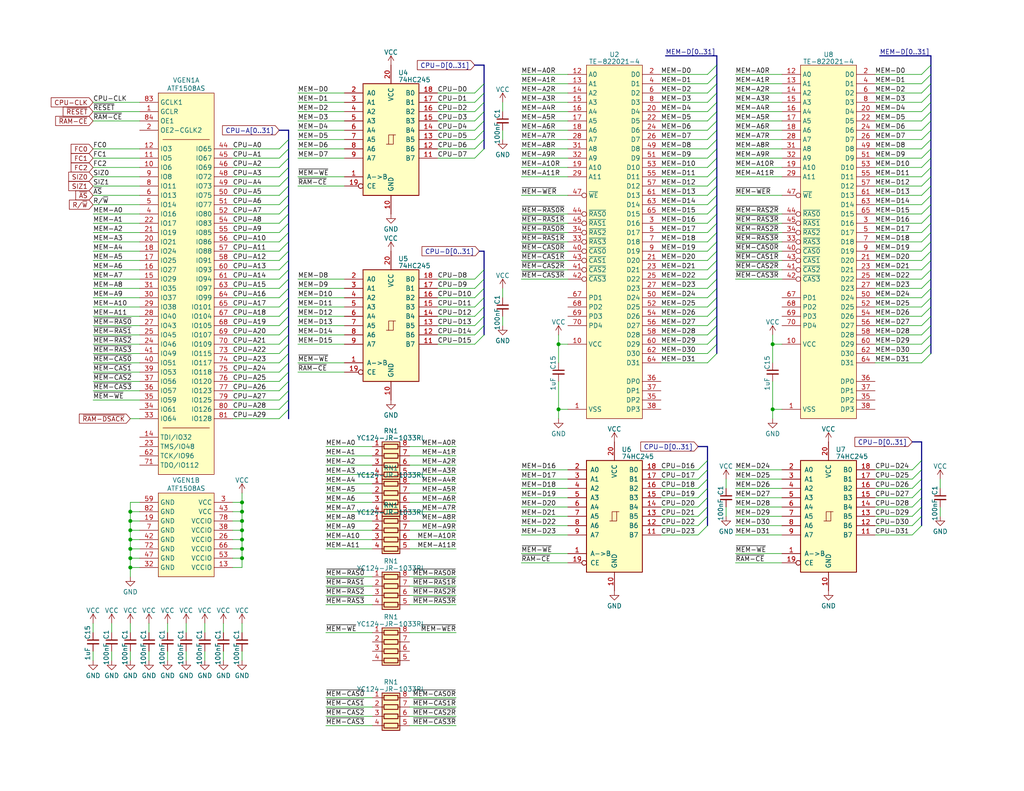
<source format=kicad_sch>
(kicad_sch (version 20230121) (generator eeschema)
  (paper "USLetter")
  (title_block (title "Wrap030 ITX") (date "2023-03-15") (rev "0") (company "techav"))
  (junction (at 66.04 144.78))
  (junction (at 210.82 93.98))
  (junction (at 152.4 93.98))
  (junction (at 66.04 139.7))
  (junction (at 35.56 149.86))
  (junction (at 66.04 147.32))
  (junction (at 35.56 144.78))
  (junction (at 66.04 149.86))
  (junction (at 66.04 152.4))
  (junction (at 35.56 152.4))
  (junction (at 152.4 111.76))
  (junction (at 35.56 154.94))
  (junction (at 35.56 147.32))
  (junction (at 35.56 142.24))
  (junction (at 35.56 139.7))
  (junction (at 210.82 111.76))
  (junction (at 66.04 137.16))
  (junction (at 66.04 142.24))
  (bus_entry (at 132.08 40.64) (size -2.54 2.54))
  (bus_entry (at 195.58 43.18) (size -2.54 2.54))
  (bus_entry (at 251.46 143.51) (size -2.54 2.54))
  (bus_entry (at 195.58 71.12) (size -2.54 2.54))
  (bus_entry (at 78.74 86.36) (size -2.54 2.54))
  (bus_entry (at 254 20.32) (size -2.54 2.54))
  (bus_entry (at 132.08 22.86) (size -2.54 2.54))
  (bus_entry (at 132.08 83.82) (size -2.54 2.54))
  (bus_entry (at 195.58 73.66) (size -2.54 2.54))
  (bus_entry (at 254 40.64) (size -2.54 2.54))
  (bus_entry (at 78.74 93.98) (size -2.54 2.54))
  (bus_entry (at 254 81.28) (size -2.54 2.54))
  (bus_entry (at 254 43.18) (size -2.54 2.54))
  (bus_entry (at 251.46 138.43) (size -2.54 2.54))
  (bus_entry (at 251.46 128.27) (size -2.54 2.54))
  (bus_entry (at 251.46 133.35) (size -2.54 2.54))
  (bus_entry (at 78.74 58.42) (size -2.54 2.54))
  (bus_entry (at 78.74 45.72) (size -2.54 2.54))
  (bus_entry (at 254 38.1) (size -2.54 2.54))
  (bus_entry (at 254 68.58) (size -2.54 2.54))
  (bus_entry (at 78.74 88.9) (size -2.54 2.54))
  (bus_entry (at 254 71.12) (size -2.54 2.54))
  (bus_entry (at 78.74 38.1) (size -2.54 2.54))
  (bus_entry (at 254 58.42) (size -2.54 2.54))
  (bus_entry (at 78.74 43.18) (size -2.54 2.54))
  (bus_entry (at 254 35.56) (size -2.54 2.54))
  (bus_entry (at 195.58 91.44) (size -2.54 2.54))
  (bus_entry (at 78.74 91.44) (size -2.54 2.54))
  (bus_entry (at 254 86.36) (size -2.54 2.54))
  (bus_entry (at 195.58 33.02) (size -2.54 2.54))
  (bus_entry (at 254 33.02) (size -2.54 2.54))
  (bus_entry (at 195.58 30.48) (size -2.54 2.54))
  (bus_entry (at 132.08 81.28) (size -2.54 2.54))
  (bus_entry (at 195.58 45.72) (size -2.54 2.54))
  (bus_entry (at 195.58 66.04) (size -2.54 2.54))
  (bus_entry (at 132.08 35.56) (size -2.54 2.54))
  (bus_entry (at 254 63.5) (size -2.54 2.54))
  (bus_entry (at 251.46 140.97) (size -2.54 2.54))
  (bus_entry (at 193.04 125.73) (size -2.54 2.54))
  (bus_entry (at 78.74 99.06) (size -2.54 2.54))
  (bus_entry (at 78.74 66.04) (size -2.54 2.54))
  (bus_entry (at 78.74 71.12) (size -2.54 2.54))
  (bus_entry (at 78.74 40.64) (size -2.54 2.54))
  (bus_entry (at 254 93.98) (size -2.54 2.54))
  (bus_entry (at 254 88.9) (size -2.54 2.54))
  (bus_entry (at 78.74 106.68) (size -2.54 2.54))
  (bus_entry (at 193.04 140.97) (size -2.54 2.54))
  (bus_entry (at 78.74 101.6) (size -2.54 2.54))
  (bus_entry (at 193.04 143.51) (size -2.54 2.54))
  (bus_entry (at 78.74 55.88) (size -2.54 2.54))
  (bus_entry (at 251.46 135.89) (size -2.54 2.54))
  (bus_entry (at 195.58 60.96) (size -2.54 2.54))
  (bus_entry (at 132.08 30.48) (size -2.54 2.54))
  (bus_entry (at 195.58 88.9) (size -2.54 2.54))
  (bus_entry (at 78.74 73.66) (size -2.54 2.54))
  (bus_entry (at 254 73.66) (size -2.54 2.54))
  (bus_entry (at 132.08 88.9) (size -2.54 2.54))
  (bus_entry (at 195.58 25.4) (size -2.54 2.54))
  (bus_entry (at 254 91.44) (size -2.54 2.54))
  (bus_entry (at 78.74 76.2) (size -2.54 2.54))
  (bus_entry (at 132.08 38.1) (size -2.54 2.54))
  (bus_entry (at 78.74 63.5) (size -2.54 2.54))
  (bus_entry (at 254 45.72) (size -2.54 2.54))
  (bus_entry (at 254 66.04) (size -2.54 2.54))
  (bus_entry (at 78.74 50.8) (size -2.54 2.54))
  (bus_entry (at 78.74 78.74) (size -2.54 2.54))
  (bus_entry (at 78.74 83.82) (size -2.54 2.54))
  (bus_entry (at 254 83.82) (size -2.54 2.54))
  (bus_entry (at 195.58 78.74) (size -2.54 2.54))
  (bus_entry (at 132.08 76.2) (size -2.54 2.54))
  (bus_entry (at 78.74 60.96) (size -2.54 2.54))
  (bus_entry (at 254 96.52) (size -2.54 2.54))
  (bus_entry (at 195.58 86.36) (size -2.54 2.54))
  (bus_entry (at 254 25.4) (size -2.54 2.54))
  (bus_entry (at 195.58 96.52) (size -2.54 2.54))
  (bus_entry (at 193.04 133.35) (size -2.54 2.54))
  (bus_entry (at 254 17.78) (size -2.54 2.54))
  (bus_entry (at 254 55.88) (size -2.54 2.54))
  (bus_entry (at 78.74 104.14) (size -2.54 2.54))
  (bus_entry (at 254 48.26) (size -2.54 2.54))
  (bus_entry (at 195.58 93.98) (size -2.54 2.54))
  (bus_entry (at 254 78.74) (size -2.54 2.54))
  (bus_entry (at 251.46 130.81) (size -2.54 2.54))
  (bus_entry (at 195.58 53.34) (size -2.54 2.54))
  (bus_entry (at 78.74 68.58) (size -2.54 2.54))
  (bus_entry (at 254 76.2) (size -2.54 2.54))
  (bus_entry (at 195.58 55.88) (size -2.54 2.54))
  (bus_entry (at 195.58 38.1) (size -2.54 2.54))
  (bus_entry (at 132.08 25.4) (size -2.54 2.54))
  (bus_entry (at 193.04 130.81) (size -2.54 2.54))
  (bus_entry (at 78.74 48.26) (size -2.54 2.54))
  (bus_entry (at 254 30.48) (size -2.54 2.54))
  (bus_entry (at 132.08 33.02) (size -2.54 2.54))
  (bus_entry (at 195.58 76.2) (size -2.54 2.54))
  (bus_entry (at 78.74 111.76) (size -2.54 2.54))
  (bus_entry (at 195.58 27.94) (size -2.54 2.54))
  (bus_entry (at 251.46 125.73) (size -2.54 2.54))
  (bus_entry (at 254 27.94) (size -2.54 2.54))
  (bus_entry (at 132.08 91.44) (size -2.54 2.54))
  (bus_entry (at 195.58 68.58) (size -2.54 2.54))
  (bus_entry (at 195.58 63.5) (size -2.54 2.54))
  (bus_entry (at 195.58 81.28) (size -2.54 2.54))
  (bus_entry (at 254 22.86) (size -2.54 2.54))
  (bus_entry (at 78.74 53.34) (size -2.54 2.54))
  (bus_entry (at 78.74 96.52) (size -2.54 2.54))
  (bus_entry (at 254 50.8) (size -2.54 2.54))
  (bus_entry (at 195.58 83.82) (size -2.54 2.54))
  (bus_entry (at 132.08 27.94) (size -2.54 2.54))
  (bus_entry (at 195.58 17.78) (size -2.54 2.54))
  (bus_entry (at 78.74 81.28) (size -2.54 2.54))
  (bus_entry (at 195.58 48.26) (size -2.54 2.54))
  (bus_entry (at 78.74 109.22) (size -2.54 2.54))
  (bus_entry (at 254 60.96) (size -2.54 2.54))
  (bus_entry (at 195.58 50.8) (size -2.54 2.54))
  (bus_entry (at 132.08 78.74) (size -2.54 2.54))
  (bus_entry (at 132.08 73.66) (size -2.54 2.54))
  (bus_entry (at 132.08 86.36) (size -2.54 2.54))
  (bus_entry (at 193.04 135.89) (size -2.54 2.54))
  (bus_entry (at 254 53.34) (size -2.54 2.54))
  (bus_entry (at 193.04 128.27) (size -2.54 2.54))
  (bus_entry (at 195.58 22.86) (size -2.54 2.54))
  (bus_entry (at 195.58 58.42) (size -2.54 2.54))
  (bus_entry (at 193.04 138.43) (size -2.54 2.54))
  (bus_entry (at 195.58 40.64) (size -2.54 2.54))
  (bus_entry (at 195.58 20.32) (size -2.54 2.54))
  (bus_entry (at 195.58 35.56) (size -2.54 2.54))
  (bus (pts (xy 132.08 78.74) (xy 132.08 81.28)))
  (wire (pts (xy 124.46 132.08) (xy 111.76 132.08)))
  (wire (pts (xy 38.1 48.26) (xy 25.4 48.26)))
  (bus (pts (xy 78.74 45.72) (xy 78.74 48.26)))
  (bus (pts (xy 78.74 106.68) (xy 78.74 109.22)))
  (wire (pts (xy 200.66 45.72) (xy 213.36 45.72)))
  (bus (pts (xy 195.58 63.5) (xy 195.58 66.04)))
  (wire (pts (xy 38.1 53.34) (xy 25.4 53.34)))
  (wire (pts (xy 119.38 35.56) (xy 129.54 35.56)))
  (wire (pts (xy 63.5 71.12) (xy 76.2 71.12)))
  (wire (pts (xy 63.5 78.74) (xy 76.2 78.74)))
  (wire (pts (xy 88.9 127) (xy 101.6 127)))
  (wire (pts (xy 200.66 43.18) (xy 213.36 43.18)))
  (wire (pts (xy 180.34 96.52) (xy 193.04 96.52)))
  (bus (pts (xy 195.58 15.24) (xy 195.58 17.78)))
  (wire (pts (xy 38.1 50.8) (xy 25.4 50.8)))
  (bus (pts (xy 78.74 101.6) (xy 78.74 104.14)))
  (wire (pts (xy 238.76 143.51) (xy 248.92 143.51)))
  (wire (pts (xy 63.5 50.8) (xy 76.2 50.8)))
  (wire (pts (xy 25.4 170.18) (xy 25.4 172.72)))
  (wire (pts (xy 119.38 25.4) (xy 129.54 25.4)))
  (wire (pts (xy 63.5 83.82) (xy 76.2 83.82)))
  (wire (pts (xy 124.46 127) (xy 111.76 127)))
  (wire (pts (xy 63.5 147.32) (xy 66.04 147.32)))
  (bus (pts (xy 78.74 104.14) (xy 78.74 106.68)))
  (wire (pts (xy 200.66 143.51) (xy 213.36 143.51)))
  (bus (pts (xy 78.74 66.04) (xy 78.74 68.58)))
  (wire (pts (xy 81.28 93.98) (xy 93.98 93.98)))
  (wire (pts (xy 60.96 170.18) (xy 60.96 172.72)))
  (wire (pts (xy 238.76 99.06) (xy 251.46 99.06)))
  (bus (pts (xy 195.58 81.28) (xy 195.58 83.82)))
  (wire (pts (xy 200.66 140.97) (xy 213.36 140.97)))
  (wire (pts (xy 88.9 132.08) (xy 101.6 132.08)))
  (wire (pts (xy 198.12 140.97) (xy 198.12 138.43)))
  (bus (pts (xy 254 91.44) (xy 254 93.98)))
  (bus (pts (xy 78.74 109.22) (xy 78.74 111.76)))
  (wire (pts (xy 124.46 137.16) (xy 111.76 137.16)))
  (wire (pts (xy 142.24 30.48) (xy 154.94 30.48)))
  (bus (pts (xy 254 35.56) (xy 254 38.1)))
  (wire (pts (xy 180.34 35.56) (xy 193.04 35.56)))
  (wire (pts (xy 119.38 33.02) (xy 129.54 33.02)))
  (wire (pts (xy 81.28 33.02) (xy 93.98 33.02)))
  (wire (pts (xy 142.24 25.4) (xy 154.94 25.4)))
  (wire (pts (xy 30.48 170.18) (xy 30.48 172.72)))
  (bus (pts (xy 193.04 138.43) (xy 193.04 140.97)))
  (wire (pts (xy 25.4 60.96) (xy 38.1 60.96)))
  (wire (pts (xy 200.66 133.35) (xy 213.36 133.35)))
  (bus (pts (xy 132.08 22.86) (xy 132.08 25.4)))
  (wire (pts (xy 152.4 99.06) (xy 152.4 93.98)))
  (bus (pts (xy 240.03 15.24) (xy 254 15.24)))
  (wire (pts (xy 63.5 88.9) (xy 76.2 88.9)))
  (bus (pts (xy 132.08 33.02) (xy 132.08 35.56)))
  (bus (pts (xy 254 50.8) (xy 254 53.34)))
  (bus (pts (xy 78.74 35.56) (xy 76.2 35.56)))
  (wire (pts (xy 137.16 27.94) (xy 137.16 30.48)))
  (wire (pts (xy 142.24 68.58) (xy 154.94 68.58)))
  (wire (pts (xy 25.4 96.52) (xy 38.1 96.52)))
  (wire (pts (xy 63.5 142.24) (xy 66.04 142.24)))
  (wire (pts (xy 63.5 149.86) (xy 66.04 149.86)))
  (wire (pts (xy 142.24 35.56) (xy 154.94 35.56)))
  (wire (pts (xy 63.5 76.2) (xy 76.2 76.2)))
  (bus (pts (xy 78.74 38.1) (xy 78.74 40.64)))
  (wire (pts (xy 81.28 35.56) (xy 93.98 35.56)))
  (bus (pts (xy 78.74 81.28) (xy 78.74 83.82)))
  (bus (pts (xy 78.74 55.88) (xy 78.74 58.42)))
  (bus (pts (xy 254 27.94) (xy 254 30.48)))
  (bus (pts (xy 254 93.98) (xy 254 96.52)))
  (wire (pts (xy 142.24 133.35) (xy 154.94 133.35)))
  (wire (pts (xy 63.5 45.72) (xy 76.2 45.72)))
  (wire (pts (xy 238.76 76.2) (xy 251.46 76.2)))
  (wire (pts (xy 63.5 96.52) (xy 76.2 96.52)))
  (wire (pts (xy 238.76 140.97) (xy 248.92 140.97)))
  (wire (pts (xy 63.5 91.44) (xy 76.2 91.44)))
  (bus (pts (xy 195.58 48.26) (xy 195.58 50.8)))
  (wire (pts (xy 88.9 157.48) (xy 101.6 157.48)))
  (wire (pts (xy 88.9 149.86) (xy 101.6 149.86)))
  (bus (pts (xy 78.74 111.76) (xy 78.74 114.3)))
  (bus (pts (xy 78.74 96.52) (xy 78.74 99.06)))
  (bus (pts (xy 78.74 43.18) (xy 78.74 45.72)))
  (wire (pts (xy 66.04 144.78) (xy 66.04 147.32)))
  (wire (pts (xy 25.4 101.6) (xy 38.1 101.6)))
  (wire (pts (xy 180.34 66.04) (xy 193.04 66.04)))
  (wire (pts (xy 35.56 142.24) (xy 35.56 144.78)))
  (wire (pts (xy 200.66 25.4) (xy 213.36 25.4)))
  (wire (pts (xy 238.76 68.58) (xy 251.46 68.58)))
  (wire (pts (xy 25.4 93.98) (xy 38.1 93.98)))
  (bus (pts (xy 254 68.58) (xy 254 71.12)))
  (wire (pts (xy 119.38 78.74) (xy 129.54 78.74)))
  (wire (pts (xy 142.24 38.1) (xy 154.94 38.1)))
  (wire (pts (xy 180.34 128.27) (xy 190.5 128.27)))
  (wire (pts (xy 35.56 152.4) (xy 38.1 152.4)))
  (wire (pts (xy 238.76 83.82) (xy 251.46 83.82)))
  (wire (pts (xy 238.76 55.88) (xy 251.46 55.88)))
  (wire (pts (xy 142.24 73.66) (xy 154.94 73.66)))
  (wire (pts (xy 25.4 58.42) (xy 38.1 58.42)))
  (wire (pts (xy 137.16 38.1) (xy 137.16 35.56)))
  (bus (pts (xy 132.08 17.78) (xy 132.08 22.86)))
  (bus (pts (xy 78.74 50.8) (xy 78.74 53.34)))
  (wire (pts (xy 63.5 152.4) (xy 66.04 152.4)))
  (wire (pts (xy 238.76 130.81) (xy 248.92 130.81)))
  (wire (pts (xy 88.9 147.32) (xy 101.6 147.32)))
  (wire (pts (xy 200.66 53.34) (xy 213.36 53.34)))
  (bus (pts (xy 193.04 133.35) (xy 193.04 135.89)))
  (wire (pts (xy 124.46 124.46) (xy 111.76 124.46)))
  (bus (pts (xy 254 48.26) (xy 254 50.8)))
  (wire (pts (xy 63.5 99.06) (xy 76.2 99.06)))
  (wire (pts (xy 124.46 134.62) (xy 111.76 134.62)))
  (wire (pts (xy 180.34 27.94) (xy 193.04 27.94)))
  (wire (pts (xy 180.34 81.28) (xy 193.04 81.28)))
  (wire (pts (xy 180.34 83.82) (xy 193.04 83.82)))
  (wire (pts (xy 124.46 190.5) (xy 111.76 190.5)))
  (wire (pts (xy 119.38 93.98) (xy 129.54 93.98)))
  (wire (pts (xy 210.82 99.06) (xy 210.82 93.98)))
  (wire (pts (xy 25.4 91.44) (xy 38.1 91.44)))
  (bus (pts (xy 132.08 76.2) (xy 132.08 78.74)))
  (bus (pts (xy 195.58 91.44) (xy 195.58 93.98)))
  (bus (pts (xy 190.5 121.92) (xy 193.04 121.92)))
  (wire (pts (xy 180.34 93.98) (xy 193.04 93.98)))
  (bus (pts (xy 254 66.04) (xy 254 68.58)))
  (wire (pts (xy 119.38 27.94) (xy 129.54 27.94)))
  (bus (pts (xy 132.08 81.28) (xy 132.08 83.82)))
  (bus (pts (xy 195.58 60.96) (xy 195.58 63.5)))
  (wire (pts (xy 180.34 135.89) (xy 190.5 135.89)))
  (bus (pts (xy 195.58 53.34) (xy 195.58 55.88)))
  (wire (pts (xy 88.9 190.5) (xy 101.6 190.5)))
  (wire (pts (xy 119.38 40.64) (xy 129.54 40.64)))
  (wire (pts (xy 63.5 109.22) (xy 76.2 109.22)))
  (wire (pts (xy 200.66 135.89) (xy 213.36 135.89)))
  (wire (pts (xy 200.66 35.56) (xy 213.36 35.56)))
  (wire (pts (xy 81.28 27.94) (xy 93.98 27.94)))
  (bus (pts (xy 193.04 130.81) (xy 193.04 133.35)))
  (wire (pts (xy 124.46 162.56) (xy 111.76 162.56)))
  (wire (pts (xy 124.46 193.04) (xy 111.76 193.04)))
  (wire (pts (xy 25.4 33.02) (xy 38.1 33.02)))
  (wire (pts (xy 119.38 76.2) (xy 129.54 76.2)))
  (bus (pts (xy 254 30.48) (xy 254 33.02)))
  (wire (pts (xy 63.5 86.36) (xy 76.2 86.36)))
  (wire (pts (xy 238.76 66.04) (xy 251.46 66.04)))
  (wire (pts (xy 35.56 137.16) (xy 38.1 137.16)))
  (wire (pts (xy 25.4 109.22) (xy 38.1 109.22)))
  (wire (pts (xy 180.34 48.26) (xy 193.04 48.26)))
  (wire (pts (xy 238.76 146.05) (xy 248.92 146.05)))
  (wire (pts (xy 238.76 133.35) (xy 248.92 133.35)))
  (bus (pts (xy 254 78.74) (xy 254 81.28)))
  (wire (pts (xy 198.12 130.81) (xy 198.12 133.35)))
  (bus (pts (xy 254 88.9) (xy 254 91.44)))
  (bus (pts (xy 251.46 135.89) (xy 251.46 138.43)))
  (bus (pts (xy 251.46 140.97) (xy 251.46 143.51)))
  (wire (pts (xy 142.24 153.67) (xy 154.94 153.67)))
  (bus (pts (xy 195.58 86.36) (xy 195.58 88.9)))
  (wire (pts (xy 25.4 88.9) (xy 38.1 88.9)))
  (wire (pts (xy 88.9 121.92) (xy 101.6 121.92)))
  (wire (pts (xy 25.4 30.48) (xy 38.1 30.48)))
  (bus (pts (xy 195.58 73.66) (xy 195.58 76.2)))
  (wire (pts (xy 35.56 142.24) (xy 38.1 142.24)))
  (wire (pts (xy 88.9 144.78) (xy 101.6 144.78)))
  (wire (pts (xy 210.82 91.44) (xy 210.82 93.98)))
  (wire (pts (xy 50.8 170.18) (xy 50.8 172.72)))
  (wire (pts (xy 238.76 78.74) (xy 251.46 78.74)))
  (wire (pts (xy 142.24 33.02) (xy 154.94 33.02)))
  (wire (pts (xy 63.5 40.64) (xy 76.2 40.64)))
  (wire (pts (xy 180.34 60.96) (xy 193.04 60.96)))
  (wire (pts (xy 63.5 154.94) (xy 66.04 154.94)))
  (bus (pts (xy 195.58 88.9) (xy 195.58 91.44)))
  (wire (pts (xy 35.56 180.34) (xy 35.56 177.8)))
  (wire (pts (xy 238.76 53.34) (xy 251.46 53.34)))
  (wire (pts (xy 142.24 66.04) (xy 154.94 66.04)))
  (wire (pts (xy 38.1 43.18) (xy 25.4 43.18)))
  (wire (pts (xy 238.76 128.27) (xy 248.92 128.27)))
  (wire (pts (xy 200.66 68.58) (xy 213.36 68.58)))
  (wire (pts (xy 142.24 135.89) (xy 154.94 135.89)))
  (bus (pts (xy 78.74 76.2) (xy 78.74 78.74)))
  (bus (pts (xy 195.58 22.86) (xy 195.58 25.4)))
  (bus (pts (xy 78.74 48.26) (xy 78.74 50.8)))
  (bus (pts (xy 254 25.4) (xy 254 27.94)))
  (wire (pts (xy 142.24 22.86) (xy 154.94 22.86)))
  (wire (pts (xy 63.5 63.5) (xy 76.2 63.5)))
  (wire (pts (xy 137.16 88.9) (xy 137.16 86.36)))
  (wire (pts (xy 25.4 76.2) (xy 38.1 76.2)))
  (wire (pts (xy 63.5 60.96) (xy 76.2 60.96)))
  (wire (pts (xy 152.4 93.98) (xy 154.94 93.98)))
  (wire (pts (xy 81.28 43.18) (xy 93.98 43.18)))
  (wire (pts (xy 200.66 60.96) (xy 213.36 60.96)))
  (wire (pts (xy 119.38 38.1) (xy 129.54 38.1)))
  (bus (pts (xy 78.74 35.56) (xy 78.74 38.1)))
  (wire (pts (xy 180.34 143.51) (xy 190.5 143.51)))
  (wire (pts (xy 66.04 134.62) (xy 66.04 137.16)))
  (wire (pts (xy 66.04 139.7) (xy 66.04 142.24)))
  (wire (pts (xy 88.9 198.12) (xy 101.6 198.12)))
  (wire (pts (xy 25.4 68.58) (xy 38.1 68.58)))
  (wire (pts (xy 124.46 195.58) (xy 111.76 195.58)))
  (wire (pts (xy 200.66 63.5) (xy 213.36 63.5)))
  (wire (pts (xy 180.34 45.72) (xy 193.04 45.72)))
  (wire (pts (xy 142.24 146.05) (xy 154.94 146.05)))
  (wire (pts (xy 200.66 151.13) (xy 213.36 151.13)))
  (wire (pts (xy 238.76 73.66) (xy 251.46 73.66)))
  (wire (pts (xy 180.34 140.97) (xy 190.5 140.97)))
  (wire (pts (xy 137.16 78.74) (xy 137.16 81.28)))
  (wire (pts (xy 119.38 43.18) (xy 129.54 43.18)))
  (wire (pts (xy 88.9 162.56) (xy 101.6 162.56)))
  (bus (pts (xy 195.58 71.12) (xy 195.58 73.66)))
  (wire (pts (xy 180.34 30.48) (xy 193.04 30.48)))
  (wire (pts (xy 25.4 73.66) (xy 38.1 73.66)))
  (wire (pts (xy 180.34 58.42) (xy 193.04 58.42)))
  (bus (pts (xy 254 22.86) (xy 254 25.4)))
  (wire (pts (xy 180.34 130.81) (xy 190.5 130.81)))
  (wire (pts (xy 238.76 48.26) (xy 251.46 48.26)))
  (wire (pts (xy 25.4 86.36) (xy 38.1 86.36)))
  (wire (pts (xy 63.5 73.66) (xy 76.2 73.66)))
  (wire (pts (xy 81.28 101.6) (xy 93.98 101.6)))
  (wire (pts (xy 119.38 30.48) (xy 129.54 30.48)))
  (bus (pts (xy 193.04 125.73) (xy 193.04 128.27)))
  (wire (pts (xy 25.4 66.04) (xy 38.1 66.04)))
  (wire (pts (xy 81.28 50.8) (xy 93.98 50.8)))
  (bus (pts (xy 254 38.1) (xy 254 40.64)))
  (wire (pts (xy 124.46 149.86) (xy 111.76 149.86)))
  (wire (pts (xy 63.5 55.88) (xy 76.2 55.88)))
  (wire (pts (xy 38.1 40.64) (xy 25.4 40.64)))
  (wire (pts (xy 81.28 25.4) (xy 93.98 25.4)))
  (wire (pts (xy 142.24 40.64) (xy 154.94 40.64)))
  (bus (pts (xy 78.74 60.96) (xy 78.74 63.5)))
  (bus (pts (xy 251.46 133.35) (xy 251.46 135.89)))
  (wire (pts (xy 124.46 147.32) (xy 111.76 147.32)))
  (bus (pts (xy 254 73.66) (xy 254 76.2)))
  (wire (pts (xy 25.4 63.5) (xy 38.1 63.5)))
  (bus (pts (xy 78.74 88.9) (xy 78.74 91.44)))
  (wire (pts (xy 210.82 104.14) (xy 210.82 111.76)))
  (wire (pts (xy 25.4 27.94) (xy 38.1 27.94)))
  (wire (pts (xy 256.54 130.81) (xy 256.54 133.35)))
  (wire (pts (xy 180.34 138.43) (xy 190.5 138.43)))
  (bus (pts (xy 193.04 128.27) (xy 193.04 130.81)))
  (bus (pts (xy 254 17.78) (xy 254 20.32)))
  (wire (pts (xy 256.54 140.97) (xy 256.54 138.43)))
  (bus (pts (xy 195.58 27.94) (xy 195.58 30.48)))
  (wire (pts (xy 40.64 170.18) (xy 40.64 172.72)))
  (bus (pts (xy 195.58 78.74) (xy 195.58 81.28)))
  (wire (pts (xy 88.9 142.24) (xy 101.6 142.24)))
  (bus (pts (xy 254 20.32) (xy 254 22.86)))
  (bus (pts (xy 254 58.42) (xy 254 60.96)))
  (bus (pts (xy 195.58 40.64) (xy 195.58 43.18)))
  (wire (pts (xy 238.76 63.5) (xy 251.46 63.5)))
  (bus (pts (xy 78.74 63.5) (xy 78.74 66.04)))
  (wire (pts (xy 238.76 35.56) (xy 251.46 35.56)))
  (wire (pts (xy 119.38 81.28) (xy 129.54 81.28)))
  (wire (pts (xy 200.66 38.1) (xy 213.36 38.1)))
  (wire (pts (xy 25.4 81.28) (xy 38.1 81.28)))
  (wire (pts (xy 142.24 128.27) (xy 154.94 128.27)))
  (bus (pts (xy 195.58 33.02) (xy 195.58 35.56)))
  (wire (pts (xy 213.36 111.76) (xy 210.82 111.76)))
  (wire (pts (xy 63.5 43.18) (xy 76.2 43.18)))
  (bus (pts (xy 195.58 17.78) (xy 195.58 20.32)))
  (wire (pts (xy 38.1 55.88) (xy 25.4 55.88)))
  (wire (pts (xy 200.66 58.42) (xy 213.36 58.42)))
  (bus (pts (xy 78.74 40.64) (xy 78.74 43.18)))
  (wire (pts (xy 238.76 43.18) (xy 251.46 43.18)))
  (wire (pts (xy 200.66 40.64) (xy 213.36 40.64)))
  (bus (pts (xy 254 15.24) (xy 254 17.78)))
  (wire (pts (xy 142.24 130.81) (xy 154.94 130.81)))
  (bus (pts (xy 251.46 120.65) (xy 251.46 125.73)))
  (bus (pts (xy 193.04 135.89) (xy 193.04 138.43)))
  (wire (pts (xy 55.88 180.34) (xy 55.88 177.8)))
  (wire (pts (xy 210.82 111.76) (xy 210.82 114.3)))
  (wire (pts (xy 238.76 91.44) (xy 251.46 91.44)))
  (bus (pts (xy 195.58 93.98) (xy 195.58 96.52)))
  (wire (pts (xy 142.24 20.32) (xy 154.94 20.32)))
  (wire (pts (xy 200.66 30.48) (xy 213.36 30.48)))
  (wire (pts (xy 25.4 99.06) (xy 38.1 99.06)))
  (wire (pts (xy 45.72 170.18) (xy 45.72 172.72)))
  (bus (pts (xy 78.74 91.44) (xy 78.74 93.98)))
  (wire (pts (xy 124.46 142.24) (xy 111.76 142.24)))
  (wire (pts (xy 238.76 138.43) (xy 248.92 138.43)))
  (bus (pts (xy 78.74 93.98) (xy 78.74 96.52)))
  (wire (pts (xy 81.28 86.36) (xy 93.98 86.36)))
  (wire (pts (xy 200.66 20.32) (xy 213.36 20.32)))
  (wire (pts (xy 238.76 25.4) (xy 251.46 25.4)))
  (wire (pts (xy 180.34 68.58) (xy 193.04 68.58)))
  (wire (pts (xy 180.34 43.18) (xy 193.04 43.18)))
  (wire (pts (xy 142.24 63.5) (xy 154.94 63.5)))
  (bus (pts (xy 254 55.88) (xy 254 58.42)))
  (wire (pts (xy 63.5 58.42) (xy 76.2 58.42)))
  (wire (pts (xy 142.24 53.34) (xy 154.94 53.34)))
  (bus (pts (xy 132.08 27.94) (xy 132.08 30.48)))
  (wire (pts (xy 200.66 153.67) (xy 213.36 153.67)))
  (wire (pts (xy 25.4 71.12) (xy 38.1 71.12)))
  (wire (pts (xy 119.38 91.44) (xy 129.54 91.44)))
  (wire (pts (xy 238.76 45.72) (xy 251.46 45.72)))
  (wire (pts (xy 142.24 48.26) (xy 154.94 48.26)))
  (wire (pts (xy 142.24 71.12) (xy 154.94 71.12)))
  (bus (pts (xy 195.58 55.88) (xy 195.58 58.42)))
  (wire (pts (xy 66.04 142.24) (xy 66.04 144.78)))
  (bus (pts (xy 132.08 25.4) (xy 132.08 27.94)))
  (bus (pts (xy 132.08 83.82) (xy 132.08 86.36)))
  (wire (pts (xy 142.24 60.96) (xy 154.94 60.96)))
  (wire (pts (xy 66.04 149.86) (xy 66.04 152.4)))
  (wire (pts (xy 180.34 73.66) (xy 193.04 73.66)))
  (wire (pts (xy 63.5 139.7) (xy 66.04 139.7)))
  (bus (pts (xy 251.46 130.81) (xy 251.46 133.35)))
  (wire (pts (xy 63.5 137.16) (xy 66.04 137.16)))
  (bus (pts (xy 78.74 68.58) (xy 78.74 71.12)))
  (wire (pts (xy 180.34 133.35) (xy 190.5 133.35)))
  (wire (pts (xy 35.56 154.94) (xy 38.1 154.94)))
  (wire (pts (xy 119.38 88.9) (xy 129.54 88.9)))
  (bus (pts (xy 132.08 88.9) (xy 132.08 91.44)))
  (bus (pts (xy 195.58 45.72) (xy 195.58 48.26)))
  (bus (pts (xy 195.58 68.58) (xy 195.58 71.12)))
  (wire (pts (xy 142.24 27.94) (xy 154.94 27.94)))
  (wire (pts (xy 238.76 50.8) (xy 251.46 50.8)))
  (wire (pts (xy 238.76 30.48) (xy 251.46 30.48)))
  (wire (pts (xy 81.28 88.9) (xy 93.98 88.9)))
  (wire (pts (xy 180.34 78.74) (xy 193.04 78.74)))
  (bus (pts (xy 195.58 43.18) (xy 195.58 45.72)))
  (bus (pts (xy 195.58 30.48) (xy 195.58 33.02)))
  (bus (pts (xy 78.74 83.82) (xy 78.74 86.36)))
  (wire (pts (xy 35.56 147.32) (xy 38.1 147.32)))
  (wire (pts (xy 81.28 91.44) (xy 93.98 91.44)))
  (wire (pts (xy 38.1 45.72) (xy 25.4 45.72)))
  (wire (pts (xy 88.9 139.7) (xy 101.6 139.7)))
  (bus (pts (xy 195.58 66.04) (xy 195.58 68.58)))
  (wire (pts (xy 63.5 111.76) (xy 76.2 111.76)))
  (wire (pts (xy 63.5 101.6) (xy 76.2 101.6)))
  (wire (pts (xy 50.8 180.34) (xy 50.8 177.8)))
  (wire (pts (xy 238.76 86.36) (xy 251.46 86.36)))
  (wire (pts (xy 238.76 81.28) (xy 251.46 81.28)))
  (wire (pts (xy 35.56 137.16) (xy 35.56 139.7)))
  (wire (pts (xy 142.24 45.72) (xy 154.94 45.72)))
  (wire (pts (xy 180.34 50.8) (xy 193.04 50.8)))
  (wire (pts (xy 210.82 93.98) (xy 213.36 93.98)))
  (wire (pts (xy 55.88 170.18) (xy 55.88 172.72)))
  (bus (pts (xy 195.58 83.82) (xy 195.58 86.36)))
  (wire (pts (xy 88.9 193.04) (xy 101.6 193.04)))
  (wire (pts (xy 63.5 106.68) (xy 76.2 106.68)))
  (bus (pts (xy 129.54 17.78) (xy 132.08 17.78)))
  (bus (pts (xy 254 76.2) (xy 254 78.74)))
  (wire (pts (xy 238.76 60.96) (xy 251.46 60.96)))
  (wire (pts (xy 180.34 88.9) (xy 193.04 88.9)))
  (wire (pts (xy 180.34 38.1) (xy 193.04 38.1)))
  (bus (pts (xy 254 71.12) (xy 254 73.66)))
  (wire (pts (xy 180.34 53.34) (xy 193.04 53.34)))
  (bus (pts (xy 254 83.82) (xy 254 86.36)))
  (bus (pts (xy 78.74 99.06) (xy 78.74 101.6)))
  (wire (pts (xy 180.34 55.88) (xy 193.04 55.88)))
  (bus (pts (xy 78.74 78.74) (xy 78.74 81.28)))
  (wire (pts (xy 35.56 149.86) (xy 38.1 149.86)))
  (wire (pts (xy 238.76 96.52) (xy 251.46 96.52)))
  (bus (pts (xy 193.04 121.92) (xy 193.04 125.73)))
  (wire (pts (xy 180.34 63.5) (xy 193.04 63.5)))
  (wire (pts (xy 25.4 104.14) (xy 38.1 104.14)))
  (bus (pts (xy 132.08 38.1) (xy 132.08 40.64)))
  (wire (pts (xy 180.34 22.86) (xy 193.04 22.86)))
  (wire (pts (xy 35.56 144.78) (xy 38.1 144.78)))
  (wire (pts (xy 88.9 165.1) (xy 101.6 165.1)))
  (wire (pts (xy 180.34 146.05) (xy 190.5 146.05)))
  (wire (pts (xy 142.24 76.2) (xy 154.94 76.2)))
  (wire (pts (xy 124.46 129.54) (xy 111.76 129.54)))
  (wire (pts (xy 124.46 157.48) (xy 111.76 157.48)))
  (wire (pts (xy 238.76 58.42) (xy 251.46 58.42)))
  (wire (pts (xy 81.28 78.74) (xy 93.98 78.74)))
  (wire (pts (xy 63.5 104.14) (xy 76.2 104.14)))
  (bus (pts (xy 78.74 71.12) (xy 78.74 73.66)))
  (bus (pts (xy 193.04 140.97) (xy 193.04 143.51)))
  (wire (pts (xy 180.34 33.02) (xy 193.04 33.02)))
  (bus (pts (xy 195.58 25.4) (xy 195.58 27.94)))
  (bus (pts (xy 78.74 53.34) (xy 78.74 55.88)))
  (wire (pts (xy 88.9 137.16) (xy 101.6 137.16)))
  (wire (pts (xy 238.76 71.12) (xy 251.46 71.12)))
  (wire (pts (xy 142.24 43.18) (xy 154.94 43.18)))
  (wire (pts (xy 88.9 124.46) (xy 101.6 124.46)))
  (wire (pts (xy 142.24 151.13) (xy 154.94 151.13)))
  (bus (pts (xy 78.74 58.42) (xy 78.74 60.96)))
  (bus (pts (xy 130.81 68.58) (xy 132.08 68.58)))
  (wire (pts (xy 154.94 111.76) (xy 152.4 111.76)))
  (wire (pts (xy 238.76 27.94) (xy 251.46 27.94)))
  (wire (pts (xy 119.38 86.36) (xy 129.54 86.36)))
  (bus (pts (xy 254 40.64) (xy 254 43.18)))
  (bus (pts (xy 195.58 58.42) (xy 195.58 60.96)))
  (wire (pts (xy 35.56 139.7) (xy 38.1 139.7)))
  (wire (pts (xy 88.9 134.62) (xy 101.6 134.62)))
  (wire (pts (xy 124.46 165.1) (xy 111.76 165.1)))
  (wire (pts (xy 180.34 25.4) (xy 193.04 25.4)))
  (wire (pts (xy 142.24 140.97) (xy 154.94 140.97)))
  (wire (pts (xy 88.9 195.58) (xy 101.6 195.58)))
  (wire (pts (xy 180.34 40.64) (xy 193.04 40.64)))
  (wire (pts (xy 81.28 30.48) (xy 93.98 30.48)))
  (bus (pts (xy 195.58 50.8) (xy 195.58 53.34)))
  (wire (pts (xy 66.04 147.32) (xy 66.04 149.86)))
  (bus (pts (xy 254 33.02) (xy 254 35.56)))
  (bus (pts (xy 254 53.34) (xy 254 55.88)))
  (wire (pts (xy 81.28 83.82) (xy 93.98 83.82)))
  (wire (pts (xy 35.56 152.4) (xy 35.56 154.94)))
  (wire (pts (xy 35.56 139.7) (xy 35.56 142.24)))
  (wire (pts (xy 200.66 27.94) (xy 213.36 27.94)))
  (wire (pts (xy 25.4 106.68) (xy 38.1 106.68)))
  (bus (pts (xy 254 86.36) (xy 254 88.9)))
  (wire (pts (xy 180.34 91.44) (xy 193.04 91.44)))
  (wire (pts (xy 124.46 121.92) (xy 111.76 121.92)))
  (wire (pts (xy 88.9 172.72) (xy 101.6 172.72)))
  (wire (pts (xy 200.66 48.26) (xy 213.36 48.26)))
  (wire (pts (xy 81.28 99.06) (xy 93.98 99.06)))
  (wire (pts (xy 25.4 78.74) (xy 38.1 78.74)))
  (wire (pts (xy 200.66 71.12) (xy 213.36 71.12)))
  (bus (pts (xy 195.58 76.2) (xy 195.58 78.74)))
  (wire (pts (xy 180.34 99.06) (xy 193.04 99.06)))
  (wire (pts (xy 66.04 137.16) (xy 66.04 139.7)))
  (wire (pts (xy 238.76 38.1) (xy 251.46 38.1)))
  (wire (pts (xy 238.76 88.9) (xy 251.46 88.9)))
  (wire (pts (xy 66.04 152.4) (xy 66.04 154.94)))
  (bus (pts (xy 248.92 120.65) (xy 251.46 120.65)))
  (wire (pts (xy 35.56 149.86) (xy 35.56 152.4)))
  (wire (pts (xy 88.9 129.54) (xy 101.6 129.54)))
  (wire (pts (xy 35.56 144.78) (xy 35.56 147.32)))
  (wire (pts (xy 200.66 130.81) (xy 213.36 130.81)))
  (wire (pts (xy 63.5 48.26) (xy 76.2 48.26)))
  (wire (pts (xy 152.4 104.14) (xy 152.4 111.76)))
  (wire (pts (xy 63.5 68.58) (xy 76.2 68.58)))
  (wire (pts (xy 63.5 53.34) (xy 76.2 53.34)))
  (bus (pts (xy 254 45.72) (xy 254 48.26)))
  (bus (pts (xy 251.46 128.27) (xy 251.46 130.81)))
  (wire (pts (xy 200.66 22.86) (xy 213.36 22.86)))
  (bus (pts (xy 254 43.18) (xy 254 45.72)))
  (wire (pts (xy 81.28 40.64) (xy 93.98 40.64)))
  (wire (pts (xy 124.46 139.7) (xy 111.76 139.7)))
  (wire (pts (xy 88.9 160.02) (xy 101.6 160.02)))
  (wire (pts (xy 45.72 180.34) (xy 45.72 177.8)))
  (bus (pts (xy 132.08 30.48) (xy 132.08 33.02)))
  (wire (pts (xy 124.46 160.02) (xy 111.76 160.02)))
  (wire (pts (xy 200.66 128.27) (xy 213.36 128.27)))
  (wire (pts (xy 152.4 111.76) (xy 152.4 114.3)))
  (bus (pts (xy 78.74 86.36) (xy 78.74 88.9)))
  (bus (pts (xy 195.58 20.32) (xy 195.58 22.86)))
  (wire (pts (xy 180.34 86.36) (xy 193.04 86.36)))
  (wire (pts (xy 66.04 180.34) (xy 66.04 177.8)))
  (wire (pts (xy 200.66 66.04) (xy 213.36 66.04)))
  (wire (pts (xy 180.34 20.32) (xy 193.04 20.32)))
  (wire (pts (xy 63.5 66.04) (xy 76.2 66.04)))
  (wire (pts (xy 124.46 144.78) (xy 111.76 144.78)))
  (bus (pts (xy 78.74 73.66) (xy 78.74 76.2)))
  (wire (pts (xy 142.24 58.42) (xy 154.94 58.42)))
  (wire (pts (xy 35.56 147.32) (xy 35.56 149.86)))
  (wire (pts (xy 238.76 135.89) (xy 248.92 135.89)))
  (bus (pts (xy 254 60.96) (xy 254 63.5)))
  (wire (pts (xy 81.28 76.2) (xy 93.98 76.2)))
  (bus (pts (xy 132.08 35.56) (xy 132.08 38.1)))
  (bus (pts (xy 251.46 138.43) (xy 251.46 140.97)))
  (wire (pts (xy 238.76 40.64) (xy 251.46 40.64)))
  (wire (pts (xy 142.24 143.51) (xy 154.94 143.51)))
  (wire (pts (xy 200.66 138.43) (xy 213.36 138.43)))
  (wire (pts (xy 200.66 146.05) (xy 213.36 146.05)))
  (bus (pts (xy 181.61 15.24) (xy 195.58 15.24)))
  (bus (pts (xy 195.58 35.56) (xy 195.58 38.1)))
  (bus (pts (xy 254 63.5) (xy 254 66.04)))
  (wire (pts (xy 35.56 114.3) (xy 38.1 114.3)))
  (wire (pts (xy 60.96 180.34) (xy 60.96 177.8)))
  (wire (pts (xy 35.56 170.18) (xy 35.56 172.72)))
  (wire (pts (xy 25.4 180.34) (xy 25.4 177.8)))
  (wire (pts (xy 124.46 172.72) (xy 111.76 172.72)))
  (wire (pts (xy 63.5 81.28) (xy 76.2 81.28)))
  (wire (pts (xy 180.34 71.12) (xy 193.04 71.12)))
  (bus (pts (xy 254 81.28) (xy 254 83.82)))
  (wire (pts (xy 63.5 144.78) (xy 66.04 144.78)))
  (wire (pts (xy 238.76 33.02) (xy 251.46 33.02)))
  (wire (pts (xy 124.46 198.12) (xy 111.76 198.12)))
  (wire (pts (xy 63.5 93.98) (xy 76.2 93.98)))
  (wire (pts (xy 30.48 180.34) (xy 30.48 177.8)))
  (wire (pts (xy 35.56 154.94) (xy 35.56 157.48)))
  (wire (pts (xy 119.38 83.82) (xy 129.54 83.82)))
  (wire (pts (xy 66.04 170.18) (xy 66.04 172.72)))
  (bus (pts (xy 251.46 125.73) (xy 251.46 128.27)))
  (wire (pts (xy 40.64 180.34) (xy 40.64 177.8)))
  (wire (pts (xy 238.76 93.98) (xy 251.46 93.98)))
  (wire (pts (xy 81.28 81.28) (xy 93.98 81.28)))
  (wire (pts (xy 238.76 22.86) (xy 251.46 22.86)))
  (wire (pts (xy 63.5 114.3) (xy 76.2 114.3)))
  (wire (pts (xy 180.34 76.2) (xy 193.04 76.2)))
  (wire (pts (xy 238.76 20.32) (xy 251.46 20.32)))
  (wire (pts (xy 152.4 91.44) (xy 152.4 93.98)))
  (wire (pts (xy 200.66 73.66) (xy 213.36 73.66)))
  (bus (pts (xy 132.08 73.66) (xy 132.08 76.2)))
  (bus (pts (xy 132.08 86.36) (xy 132.08 88.9)))
  (bus (pts (xy 132.08 68.58) (xy 132.08 73.66)))
  (bus (pts (xy 195.58 38.1) (xy 195.58 40.64)))
  (wire (pts (xy 200.66 76.2) (xy 213.36 76.2)))
  (wire (pts (xy 200.66 33.02) (xy 213.36 33.02)))
  (wire (pts (xy 142.24 138.43) (xy 154.94 138.43)))
  (wire (pts (xy 81.28 38.1) (xy 93.98 38.1)))
  (wire (pts (xy 81.28 48.26) (xy 93.98 48.26)))
  (wire (pts (xy 25.4 83.82) (xy 38.1 83.82)))
  (label "CPU-D21" (at 180.34 140.97 0))
  (label "MEM-D31" (at 200.66 146.05 0))
  (label "MEM-D16" (at 180.34 60.96 0))
  (label "MEM-D9" (at 180.34 43.18 0))
  (label "~{MEM-WE}" (at 88.9 172.72 0))
  (label "~{MEM-CAS0}" (at 88.9 190.5 0))
  (label "MEM-A7R" (at 124.46 139.7 180))
  (label "MEM-D30" (at 200.66 143.51 0))
  (label "MEM-A3R" (at 200.66 27.94 0))
  (label "MEM-D5" (at 180.34 33.02 0))
  (label "~{MEM-CAS2}" (at 25.4 104.14 0))
  (label "MEM-A2" (at 25.4 63.5 0))
  (label "CPU-D10" (at 119.38 81.28 0))
  (label "MEM-D1" (at 81.28 27.94 0))
  (label "MEM-D3" (at 180.34 27.94 0))
  (label "CPU-A27" (at 63.5 109.22 0))
  (label "~{MEM-RAS1R}" (at 124.46 160.02 180))
  (label "MEM-D9" (at 238.76 43.18 0))
  (label "MEM-D15" (at 180.34 58.42 0))
  (label "~{MEM-CAS1R}" (at 142.24 71.12 0))
  (label "MEM-D24" (at 200.66 128.27 0))
  (label "CPU-A25" (at 63.5 104.14 0))
  (label "MEM-A6" (at 88.9 137.16 0))
  (label "MEM-A10R" (at 200.66 45.72 0))
  (label "MEM-D19" (at 142.24 135.89 0))
  (label "~{MEM-CAS0R}" (at 142.24 68.58 0))
  (label "MEM-D10" (at 81.28 81.28 0))
  (label "MEM-A10R" (at 124.46 147.32 180))
  (label "~{RESET}" (at 25.4 30.48 0))
  (label "~{MEM-RAS2}" (at 25.4 93.98 0))
  (label "CPU-CLK" (at 25.4 27.94 0))
  (label "MEM-D27" (at 238.76 88.9 0))
  (label "MEM-D21" (at 142.24 140.97 0))
  (label "CPU-A7" (at 63.5 58.42 0))
  (label "CPU-A12" (at 63.5 71.12 0))
  (label "MEM-A4R" (at 200.66 30.48 0))
  (label "MEM-D19" (at 180.34 68.58 0))
  (label "MEM-D14" (at 81.28 91.44 0))
  (label "MEM-D14" (at 180.34 55.88 0))
  (label "~{MEM-WE}" (at 81.28 48.26 0))
  (label "MEM-A11R" (at 200.66 48.26 0))
  (label "MEM-D17" (at 238.76 63.5 0))
  (label "MEM-D11" (at 238.76 48.26 0))
  (label "~{MEM-CAS1}" (at 88.9 193.04 0))
  (label "~{MEM-RAS3R}" (at 200.66 66.04 0))
  (label "MEM-D30" (at 238.76 96.52 0))
  (label "MEM-A9" (at 88.9 144.78 0))
  (label "~{MEM-RAS0}" (at 25.4 88.9 0))
  (label "MEM-A5R" (at 200.66 33.02 0))
  (label "MEM-D3" (at 238.76 27.94 0))
  (label "MEM-D20" (at 142.24 138.43 0))
  (label "MEM-D6" (at 180.34 35.56 0))
  (label "CPU-D30" (at 238.76 143.51 0))
  (label "MEM-D29" (at 180.34 93.98 0))
  (label "MEM-D12" (at 238.76 50.8 0))
  (label "~{MEM-RAS1R}" (at 142.24 60.96 0))
  (label "CPU-D1" (at 119.38 27.94 0))
  (label "CPU-D25" (at 238.76 130.81 0))
  (label "MEM-D10" (at 238.76 45.72 0))
  (label "MEM-D12" (at 81.28 86.36 0))
  (label "MEM-A9R" (at 124.46 144.78 180))
  (label "MEM-A4R" (at 124.46 132.08 180))
  (label "MEM-A9" (at 25.4 81.28 0))
  (label "SIZ0" (at 25.4 48.26 0))
  (label "CPU-D20" (at 180.34 138.43 0))
  (label "MEM-D8" (at 81.28 76.2 0))
  (label "MEM-D13" (at 180.34 53.34 0))
  (label "~{MEM-RAS0}" (at 88.9 157.48 0))
  (label "~{MEM-RAS2}" (at 88.9 162.56 0))
  (label "MEM-D13" (at 81.28 88.9 0))
  (label "CPU-A10" (at 63.5 66.04 0))
  (label "CPU-D26" (at 238.76 133.35 0))
  (label "MEM-D8" (at 180.34 40.64 0))
  (label "MEM-D25" (at 200.66 130.81 0))
  (label "MEM-D20" (at 238.76 71.12 0))
  (label "MEM-A11R" (at 124.46 149.86 180))
  (label "MEM-D[0..31]" (at 181.61 15.24 0))
  (label "MEM-A3R" (at 142.24 27.94 0))
  (label "MEM-D9" (at 81.28 78.74 0))
  (label "MEM-D23" (at 238.76 78.74 0))
  (label "~{AS}" (at 25.4 53.34 0))
  (label "MEM-D0" (at 180.34 20.32 0))
  (label "MEM-A8R" (at 142.24 40.64 0))
  (label "MEM-D4" (at 81.28 35.56 0))
  (label "~{MEM-CAS2}" (at 88.9 195.58 0))
  (label "MEM-A9R" (at 142.24 43.18 0))
  (label "MEM-D0" (at 81.28 25.4 0))
  (label "~{MEM-CAS3}" (at 88.9 198.12 0))
  (label "MEM-A8R" (at 124.46 142.24 180))
  (label "CPU-A29" (at 63.5 114.3 0))
  (label "MEM-D22" (at 180.34 76.2 0))
  (label "MEM-D7" (at 238.76 38.1 0))
  (label "CPU-A9" (at 63.5 63.5 0))
  (label "MEM-D11" (at 180.34 48.26 0))
  (label "MEM-D26" (at 200.66 133.35 0))
  (label "MEM-D31" (at 238.76 99.06 0))
  (label "MEM-D28" (at 200.66 138.43 0))
  (label "CPU-A6" (at 63.5 55.88 0))
  (label "~{RAM-CE}" (at 200.66 153.67 0))
  (label "MEM-A11" (at 88.9 149.86 0))
  (label "MEM-D18" (at 238.76 66.04 0))
  (label "MEM-D11" (at 81.28 83.82 0))
  (label "~{MEM-RAS0R}" (at 124.46 157.48 180))
  (label "MEM-D20" (at 180.34 71.12 0))
  (label "MEM-D27" (at 180.34 88.9 0))
  (label "MEM-A8R" (at 200.66 40.64 0))
  (label "MEM-A0" (at 88.9 121.92 0))
  (label "MEM-A2R" (at 200.66 25.4 0))
  (label "MEM-D2" (at 180.34 25.4 0))
  (label "MEM-D2" (at 238.76 25.4 0))
  (label "MEM-D0" (at 238.76 20.32 0))
  (label "~{MEM-CAS2R}" (at 200.66 73.66 0))
  (label "MEM-D6" (at 81.28 40.64 0))
  (label "CPU-A14" (at 63.5 76.2 0))
  (label "MEM-A0R" (at 142.24 20.32 0))
  (label "~{MEM-RAS1}" (at 25.4 91.44 0))
  (label "CPU-D17" (at 180.34 130.81 0))
  (label "MEM-A7" (at 25.4 76.2 0))
  (label "MEM-D26" (at 180.34 86.36 0))
  (label "CPU-A1" (at 63.5 43.18 0))
  (label "MEM-D28" (at 238.76 91.44 0))
  (label "~{MEM-RAS1}" (at 88.9 160.02 0))
  (label "MEM-A1" (at 25.4 60.96 0))
  (label "~{MEM-WE}" (at 25.4 109.22 0))
  (label "~{MEM-RAS3R}" (at 124.46 165.1 180))
  (label "CPU-D27" (at 238.76 135.89 0))
  (label "CPU-D15" (at 119.38 93.98 0))
  (label "MEM-D28" (at 180.34 91.44 0))
  (label "~{MEM-CAS1}" (at 25.4 101.6 0))
  (label "CPU-A24" (at 63.5 101.6 0))
  (label "CPU-D14" (at 119.38 91.44 0))
  (label "CPU-A17" (at 63.5 83.82 0))
  (label "CPU-A28" (at 63.5 111.76 0))
  (label "CPU-D6" (at 119.38 40.64 0))
  (label "CPU-D18" (at 180.34 133.35 0))
  (label "CPU-A16" (at 63.5 81.28 0))
  (label "CPU-A13" (at 63.5 73.66 0))
  (label "MEM-A0R" (at 124.46 121.92 180))
  (label "MEM-A2R" (at 142.24 25.4 0))
  (label "MEM-A4R" (at 142.24 30.48 0))
  (label "MEM-D7" (at 180.34 38.1 0))
  (label "MEM-A10R" (at 142.24 45.72 0))
  (label "MEM-D18" (at 180.34 66.04 0))
  (label "MEM-A6" (at 25.4 73.66 0))
  (label "MEM-A3R" (at 124.46 129.54 180))
  (label "FC2" (at 25.4 45.72 0))
  (label "~{MEM-CAS0R}" (at 200.66 68.58 0))
  (label "~{MEM-WER}" (at 142.24 53.34 0))
  (label "MEM-A10" (at 25.4 83.82 0))
  (label "CPU-D11" (at 119.38 83.82 0))
  (label "MEM-D16" (at 238.76 60.96 0))
  (label "~{MEM-RAS3}" (at 88.9 165.1 0))
  (label "MEM-A5" (at 25.4 71.12 0))
  (label "MEM-A5" (at 88.9 134.62 0))
  (label "CPU-A3" (at 63.5 48.26 0))
  (label "MEM-D1" (at 180.34 22.86 0))
  (label "MEM-D10" (at 180.34 45.72 0))
  (label "~{MEM-WE}" (at 81.28 99.06 0))
  (label "MEM-D5" (at 238.76 33.02 0))
  (label "SIZ1" (at 25.4 50.8 0))
  (label "CPU-A22" (at 63.5 96.52 0))
  (label "CPU-A26" (at 63.5 106.68 0))
  (label "~{MEM-RAS1R}" (at 142.24 66.04 0))
  (label "~{MEM-CAS2R}" (at 142.24 73.66 0))
  (label "MEM-A4" (at 25.4 68.58 0))
  (label "~{MEM-CAS3R}" (at 142.24 76.2 0))
  (label "CPU-D19" (at 180.34 135.89 0))
  (label "~{MEM-RAS2R}" (at 200.66 63.5 0))
  (label "~{MEM-WE}" (at 200.66 151.13 0))
  (label "~{MEM-CAS3R}" (at 200.66 76.2 0))
  (label "CPU-A21" (at 63.5 93.98 0))
  (label "CPU-D24" (at 238.76 128.27 0))
  (label "MEM-A7" (at 88.9 139.7 0))
  (label "MEM-D16" (at 142.24 128.27 0))
  (label "MEM-A5R" (at 142.24 33.02 0))
  (label "~{MEM-CAS3}" (at 25.4 106.68 0))
  (label "~{MEM-CAS1R}" (at 200.66 71.12 0))
  (label "MEM-D27" (at 200.66 135.89 0))
  (label "MEM-A7R" (at 142.24 38.1 0))
  (label "MEM-D23" (at 142.24 146.05 0))
  (label "MEM-A8" (at 25.4 78.74 0))
  (label "MEM-D25" (at 238.76 83.82 0))
  (label "MEM-A1R" (at 124.46 124.46 180))
  (label "MEM-A0" (at 25.4 58.42 0))
  (label "MEM-D13" (at 238.76 53.34 0))
  (label "~{RAM-CE}" (at 81.28 50.8 0))
  (label "FC1" (at 25.4 43.18 0))
  (label "MEM-D17" (at 180.34 63.5 0))
  (label "CPU-A5" (at 63.5 53.34 0))
  (label "MEM-D18" (at 142.24 133.35 0))
  (label "MEM-A6R" (at 200.66 35.56 0))
  (label "MEM-D7" (at 81.28 43.18 0))
  (label "CPU-A23" (at 63.5 99.06 0))
  (label "MEM-D6" (at 238.76 35.56 0))
  (label "~{RAM-CE}" (at 81.28 101.6 0))
  (label "CPU-D8" (at 119.38 76.2 0))
  (label "MEM-D24" (at 180.34 81.28 0))
  (label "CPU-D5" (at 119.38 38.1 0))
  (label "CPU-D29" (at 238.76 140.97 0))
  (label "~{MEM-WER}" (at 200.66 53.34 0))
  (label "MEM-D8" (at 238.76 40.64 0))
  (label "MEM-A6R" (at 142.24 35.56 0))
  (label "~{MEM-RAS2R}" (at 124.46 162.56 180))
  (label "MEM-D22" (at 142.24 143.51 0))
  (label "MEM-D24" (at 238.76 81.28 0))
  (label "~{RAM-CE}" (at 25.4 33.02 0))
  (label "MEM-D15" (at 81.28 93.98 0))
  (label "MEM-D3" (at 81.28 33.02 0))
  (label "~{MEM-CAS1R}" (at 124.46 193.04 180))
  (label "MEM-D[0..31]" (at 240.03 15.24 0))
  (label "~{MEM-RAS3R}" (at 200.66 60.96 0))
  (label "CPU-A20" (at 63.5 91.44 0))
  (label "MEM-A1R" (at 142.24 22.86 0))
  (label "~{MEM-RAS0R}" (at 142.24 58.42 0))
  (label "MEM-D30" (at 180.34 96.52 0))
  (label "MEM-D4" (at 238.76 30.48 0))
  (label "CPU-A4" (at 63.5 50.8 0))
  (label "CPU-D2" (at 119.38 30.48 0))
  (label "MEM-D15" (at 238.76 58.42 0))
  (label "~{RAM-CE}" (at 142.24 153.67 0))
  (label "MEM-A9R" (at 200.66 43.18 0))
  (label "~{MEM-RAS2R}" (at 200.66 58.42 0))
  (label "CPU-A18" (at 63.5 86.36 0))
  (label "CPU-A19" (at 63.5 88.9 0))
  (label "CPU-D22" (at 180.34 143.51 0))
  (label "CPU-D23" (at 180.34 146.05 0))
  (label "MEM-A11R" (at 142.24 48.26 0))
  (label "~{MEM-RAS0R}" (at 142.24 63.5 0))
  (label "CPU-D31" (at 238.76 146.05 0))
  (label "CPU-A0" (at 63.5 40.64 0))
  (label "MEM-D12" (at 180.34 50.8 0))
  (label "MEM-D1" (at 238.76 22.86 0))
  (label "~{MEM-RAS3}" (at 25.4 96.52 0))
  (label "CPU-D12" (at 119.38 86.36 0))
  (label "~{MEM-CAS2R}" (at 124.46 195.58 180))
  (label "MEM-A0R" (at 200.66 20.32 0))
  (label "~{MEM-CAS0}" (at 25.4 99.06 0))
  (label "MEM-A6R" (at 124.46 137.16 180))
  (label "MEM-D21" (at 238.76 73.66 0))
  (label "~{MEM-CAS3R}" (at 124.46 198.12 180))
  (label "MEM-A2R" (at 124.46 127 180))
  (label "R{slash}~{W}" (at 25.4 55.88 0))
  (label "~{MEM-CAS0R}" (at 124.46 190.5 180))
  (label "MEM-D19" (at 238.76 68.58 0))
  (label "CPU-D9" (at 119.38 78.74 0))
  (label "CPU-A2" (at 63.5 45.72 0))
  (label "~{MEM-WE}" (at 142.24 151.13 0))
  (label "MEM-D31" (at 180.34 99.06 0))
  (label "MEM-A1R" (at 200.66 22.86 0))
  (label "MEM-D17" (at 142.24 130.81 0))
  (label "MEM-D4" (at 180.34 30.48 0))
  (label "~{MEM-WER}" (at 124.46 172.72 180))
  (label "MEM-D23" (at 180.34 78.74 0))
  (label "CPU-D4" (at 119.38 35.56 0))
  (label "MEM-D29" (at 238.76 93.98 0))
  (label "MEM-D29" (at 200.66 140.97 0))
  (label "MEM-A10" (at 88.9 147.32 0))
  (label "MEM-A3" (at 88.9 129.54 0))
  (label "MEM-A11" (at 25.4 86.36 0))
  (label "CPU-D28" (at 238.76 138.43 0))
  (label "MEM-D21" (at 180.34 73.66 0))
  (label "CPU-D3" (at 119.38 33.02 0))
  (label "MEM-A3" (at 25.4 66.04 0))
  (label "MEM-A8" (at 88.9 142.24 0))
  (label "MEM-D26" (at 238.76 86.36 0))
  (label "CPU-D13" (at 119.38 88.9 0))
  (label "MEM-A7R" (at 200.66 38.1 0))
  (label "MEM-A2" (at 88.9 127 0))
  (label "FC0" (at 25.4 40.64 0))
  (label "CPU-D7" (at 119.38 43.18 0))
  (label "MEM-D22" (at 238.76 76.2 0))
  (label "MEM-A1" (at 88.9 124.46 0))
  (label "CPU-D0" (at 119.38 25.4 0))
  (label "MEM-D25" (at 180.34 83.82 0))
  (label "MEM-D5" (at 81.28 38.1 0))
  (label "CPU-A8" (at 63.5 60.96 0))
  (label "CPU-D16" (at 180.34 128.27 0))
  (label "MEM-A5R" (at 124.46 134.62 180))
  (label "CPU-A15" (at 63.5 78.74 0))
  (label "MEM-D14" (at 238.76 55.88 0))
  (label "MEM-A4" (at 88.9 132.08 0))
  (label "CPU-A11" (at 63.5 68.58 0))
  (label "MEM-D2" (at 81.28 30.48 0))
  (global_label "FC1" (shape input) (at 25.4 43.18 180) (property "Intersheetrefs" "${INTERSHEET_REFS}" (effects hide)))
  (global_label "CPU-D[0..31]" (shape input) (at 190.5 121.92 180) (property "Intersheetrefs" "${INTERSHEET_REFS}" (effects hide)))
  (global_label "R{slash}~{W}" (shape input) (at 25.4 55.88 180) (property "Intersheetrefs" "${INTERSHEET_REFS}" (effects hide)))
  (global_label "CPU-D[0..31]" (shape input) (at 248.92 120.65 180) (property "Intersheetrefs" "${INTERSHEET_REFS}" (effects hide)))
  (global_label "SIZ1" (shape input) (at 25.4 50.8 180) (property "Intersheetrefs" "${INTERSHEET_REFS}" (effects hide)))
  (global_label "CPU-A[0..31]" (shape input) (at 76.2 35.56 180) (property "Intersheetrefs" "${INTERSHEET_REFS}" (effects hide)))
  (global_label "FC0" (shape input) (at 25.4 40.64 180) (property "Intersheetrefs" "${INTERSHEET_REFS}" (effects hide)))
  (global_label "~{RESET}" (shape input) (at 25.4 30.48 180) (property "Intersheetrefs" "${INTERSHEET_REFS}" (effects hide)))
  (global_label "~{AS}" (shape input) (at 25.4 53.34 180) (property "Intersheetrefs" "${INTERSHEET_REFS}" (effects hide)))
  (global_label "~{RAM-CE}" (shape input) (at 25.4 33.02 180) (property "Intersheetrefs" "${INTERSHEET_REFS}" (effects hide)))
  (global_label "CPU-D[0..31]" (shape input) (at 129.54 17.78 180) (property "Intersheetrefs" "${INTERSHEET_REFS}" (effects hide)))
  (global_label "FC2" (shape input) (at 25.4 45.72 180) (property "Intersheetrefs" "${INTERSHEET_REFS}" (effects hide)))
  (global_label "~{RAM-DSACK}" (shape input) (at 35.56 114.3 180) (property "Intersheetrefs" "${INTERSHEET_REFS}" (effects hide)))
  (global_label "CPU-CLK" (shape input) (at 25.4 27.94 180) (property "Intersheetrefs" "${INTERSHEET_REFS}" (effects hide)))
  (global_label "SIZ0" (shape input) (at 25.4 48.26 180) (property "Intersheetrefs" "${INTERSHEET_REFS}" (effects hide)))
  (global_label "CPU-D[0..31]" (shape input) (at 130.81 68.58 180) (property "Intersheetrefs" "${INTERSHEET_REFS}" (effects hide)))
  (symbol (lib_id "power:GND") (at 167.64 161.29 0) (unit 1)
    (property "Reference" "#PWR045" (effects hide))
    (property "Value" "GND" (at 167.64 165.4255 0))
    (instances (project "Wrap030-ITX" (path "" (reference "#PWR045") (unit 1)) (path "" (reference "#PWR0119") (unit 1)) (path "" (reference "#PWR0168") (unit 1))))
  )
  (symbol (lib_id "power:VCC") (at 60.96 170.18 0) (unit 1)
    (property "Reference" "#PWR03" (effects hide))
    (property "Value" "VCC" (at 60.96 166.6781 0))
    (instances (project "Wrap030-ITX" (path "" (reference "#PWR03") (unit 1)) (path "" (reference "#PWR061") (unit 1)) (path "" (reference "#PWR0130") (unit 1)) (path "" (reference "#PWR0153") (unit 1))))
  )
  (symbol (lib_id "Device:C_Small") (at 210.82 101.6 0) (unit 1)
    (property "Reference" "C15" (at 209.3341 100.9626 90) (effects (justify left)))
    (property "Value" "1uF" (at 209.3341 106.6936 90) (effects (justify left)))
    (property "Footprint" "Capacitor_SMD:C_0402_1005Metric_Pad0.74x0.62mm_HandSolder" (effects hide))
    (property "JLC-Part" "https://jlcpcb.com/partdetail/53938-CL05A105KA5NQNC/C52923" (effects hide))
    (instances (project "Wrap030-ITX" (path "" (reference "C15") (unit 1)) (path "" (reference "C19") (unit 1)) (path "" (reference "C42") (unit 1)) (path "" (reference "C65") (unit 1))))
  )
  (symbol (lib_id "power:VCC") (at 40.64 170.18 0) (unit 1)
    (property "Reference" "#PWR03" (effects hide))
    (property "Value" "VCC" (at 40.64 166.6781 0))
    (instances (project "Wrap030-ITX" (path "" (reference "#PWR03") (unit 1)) (path "" (reference "#PWR053") (unit 1)) (path "" (reference "#PWR0122") (unit 1)) (path "" (reference "#PWR0145") (unit 1))))
  )
  (symbol (lib_id "power:GND") (at 35.56 180.34 0) (unit 1)
    (property "Reference" "#PWR04" (effects hide))
    (property "Value" "GND" (at 35.56 184.4755 0))
    (instances (project "Wrap030-ITX" (path "" (reference "#PWR04") (unit 1)) (path "" (reference "#PWR052") (unit 1)) (path "" (reference "#PWR0121") (unit 1)) (path "" (reference "#PWR0144") (unit 1))))
  )
  (symbol (lib_id "power:GND") (at 226.06 161.29 0) (unit 1)
    (property "Reference" "#PWR045" (effects hide))
    (property "Value" "GND" (at 226.06 165.4255 0))
    (instances (project "Wrap030-ITX" (path "" (reference "#PWR045") (unit 1)) (path "" (reference "#PWR0119") (unit 1)) (path "" (reference "#PWR0170") (unit 1))))
  )
  (symbol (lib_id "Device:C_Small") (at 30.48 175.26 0) (unit 1)
    (property "Reference" "C1" (at 28.9941 174.6226 90) (effects (justify left)))
    (property "Value" "100nF" (at 28.9941 181.6236 90) (effects (justify left)))
    (property "Footprint" "Capacitor_SMD:C_0402_1005Metric_Pad0.74x0.62mm_HandSolder" (effects hide))
    (property "JLC-Part" "https://jlcpcb.com/partdetail/1877-CL05B104KO5NNNC/C1525" (effects hide))
    (instances (project "Wrap030-ITX" (path "" (reference "C1") (unit 1)) (path "" (reference "C20") (unit 1)) (path "" (reference "C43") (unit 1)) (path "" (reference "C52") (unit 1))))
  )
  (symbol (lib_id "power:VCC") (at 256.54 130.81 0) (unit 1)
    (property "Reference" "#PWR03" (effects hide))
    (property "Value" "VCC" (at 256.54 127.3081 0))
    (instances (project "Wrap030-ITX" (path "" (reference "#PWR03") (unit 1)) (path "" (reference "#PWR063") (unit 1)) (path "" (reference "#PWR0133") (unit 1)) (path "" (reference "#PWR0173") (unit 1))))
  )
  (symbol (lib_id "power:VCC") (at 35.56 170.18 0) (unit 1)
    (property "Reference" "#PWR03" (effects hide))
    (property "Value" "VCC" (at 35.56 166.6781 0))
    (instances (project "Wrap030-ITX" (path "" (reference "#PWR03") (unit 1)) (path "" (reference "#PWR051") (unit 1)) (path "" (reference "#PWR0120") (unit 1)) (path "" (reference "#PWR0143") (unit 1))))
  )
  (symbol (lib_id "74xx:74HC245") (at 106.68 88.9 0) (unit 1)
    (property "Reference" "U5" (at 108.6359 70.6501 0) (effects (justify left)))
    (property "Value" "74HC245" (at 108.6359 72.5711 0) (effects (justify left)))
    (property "Footprint" "Package_DIP:DIP-20_W7.62mm_Socket" (effects hide))
    (property "Datasheet" "http://www.ti.com/lit/gpn/sn74HC245" (effects hide))
  )
  (symbol (lib_id "Device:C_Small") (at 198.12 135.89 0) (unit 1)
    (property "Reference" "C1" (at 196.6341 135.2526 90) (effects (justify left)))
    (property "Value" "100nF" (at 196.6341 142.2536 90) (effects (justify left)))
    (property "Footprint" "Capacitor_SMD:C_0402_1005Metric_Pad0.74x0.62mm_HandSolder" (effects hide))
    (property "JLC-Part" "https://jlcpcb.com/partdetail/1877-CL05B104KO5NNNC/C1525" (effects hide))
    (instances (project "Wrap030-ITX" (path "" (reference "C1") (unit 1)) (path "" (reference "C27") (unit 1)) (path "" (reference "C50") (unit 1)) (path "" (reference "C62") (unit 1))))
  )
  (symbol (lib_id "Device:C_Small") (at 137.16 33.02 0) (unit 1)
    (property "Reference" "C1" (at 135.6741 32.3826 90) (effects (justify left)))
    (property "Value" "100nF" (at 135.6741 39.3836 90) (effects (justify left)))
    (property "Footprint" "Capacitor_SMD:C_0402_1005Metric_Pad0.74x0.62mm_HandSolder" (effects hide))
    (property "JLC-Part" "https://jlcpcb.com/partdetail/1877-CL05B104KO5NNNC/C1525" (effects hide))
    (instances (project "Wrap030-ITX" (path "" (reference "C1") (unit 1)) (path "" (reference "C27") (unit 1)) (path "" (reference "C50") (unit 1)) (path "" (reference "C60") (unit 1))))
  )
  (symbol (lib_id "power:GND") (at 198.12 140.97 0) (unit 1)
    (property "Reference" "#PWR04" (effects hide))
    (property "Value" "GND" (at 198.12 145.1055 0))
    (instances (project "Wrap030-ITX" (path "" (reference "#PWR04") (unit 1)) (path "" (reference "#PWR064") (unit 1)) (path "" (reference "#PWR0134") (unit 1)) (path "" (reference "#PWR0172") (unit 1))))
  )
  (symbol (lib_id "power:VCC") (at 137.16 78.74 0) (unit 1)
    (property "Reference" "#PWR03" (effects hide))
    (property "Value" "VCC" (at 137.16 75.2381 0))
    (instances (project "Wrap030-ITX" (path "" (reference "#PWR03") (unit 1)) (path "" (reference "#PWR063") (unit 1)) (path "" (reference "#PWR0133") (unit 1)) (path "" (reference "#PWR0165") (unit 1))))
  )
  (symbol (lib_id "Device:R_Pack04") (at 106.68 137.16 270) (unit 1)
    (property "Reference" "RN1" (at 106.68 127.8001 90))
    (property "Value" "YC124-JR-1033RL" (at 106.68 129.7211 90))
    (property "Footprint" "Resistor_SMD:R_Array_Convex_4x1206" (effects hide))
    (property "Mouser-Part" "603-YC124-JR-1033RL" (effects hide))
    (property "Notes" "33R x4" (effects hide))
    (instances (project "Wrap030-ITX" (path "" (reference "RN1") (unit 1)) (path "" (reference "RN12") (unit 1)) (path "" (reference "RN13") (unit 1)) (path "" (reference "RN16") (unit 1))))
  )
  (symbol (lib_id "Wrap030-ITX:ATF1508AS") (at 50.8 134.62 0) (unit 2)
    (property "Reference" "VGEN1" (at 50.8 131.1181 0))
    (property "Value" "ATF1508AS" (at 50.8 133.35 0))
    (property "Footprint" "Package_LCC:PLCC-84_THT-Socket" (effects hide))
    (instances (project "Wrap030-ITX" (path "" (reference "VGEN1") (unit 2)) (path "" (reference "GLUE1") (unit 2)) (path "" (reference "RAMC1") (unit 2))))
  )
  (symbol (lib_id "Device:C_Small") (at 256.54 135.89 0) (unit 1)
    (property "Reference" "C1" (at 255.0541 135.2526 90) (effects (justify left)))
    (property "Value" "100nF" (at 255.0541 142.2536 90) (effects (justify left)))
    (property "Footprint" "Capacitor_SMD:C_0402_1005Metric_Pad0.74x0.62mm_HandSolder" (effects hide))
    (property "JLC-Part" "https://jlcpcb.com/partdetail/1877-CL05B104KO5NNNC/C1525" (effects hide))
    (instances (project "Wrap030-ITX" (path "" (reference "C1") (unit 1)) (path "" (reference "C27") (unit 1)) (path "" (reference "C50") (unit 1)) (path "" (reference "C63") (unit 1))))
  )
  (symbol (lib_id "power:GND") (at 152.4 114.3 0) (unit 1)
    (property "Reference" "#PWR032" (effects hide))
    (property "Value" "GND" (at 152.4 118.4355 0))
    (instances (project "Wrap030-ITX" (path "" (reference "#PWR032") (unit 1)) (path "" (reference "#PWR048") (unit 1)) (path "" (reference "#PWR0116") (unit 1)) (path "" (reference "#PWR0176") (unit 1))))
  )
  (symbol (lib_id "power:VCC") (at 226.06 120.65 0) (unit 1)
    (property "Reference" "#PWR046" (effects hide))
    (property "Value" "VCC" (at 226.06 117.1481 0))
    (instances (project "Wrap030-ITX" (path "" (reference "#PWR046") (unit 1)) (path "" (reference "#PWR0132") (unit 1)) (path "" (reference "#PWR0169") (unit 1))))
  )
  (symbol (lib_id "power:VCC") (at 25.4 170.18 0) (unit 1)
    (property "Reference" "#PWR031" (effects hide))
    (property "Value" "VCC" (at 25.4 166.6781 0))
    (instances (project "Wrap030-ITX" (path "" (reference "#PWR031") (unit 1)) (path "" (reference "#PWR047") (unit 1)) (path "" (reference "#PWR0115") (unit 1)) (path "" (reference "#PWR0138") (unit 1))))
  )
  (symbol (lib_id "74xx:74HC245") (at 226.06 140.97 0) (unit 1)
    (property "Reference" "U7" (at 228.0159 122.7201 0) (effects (justify left)))
    (property "Value" "74HC245" (at 228.0159 124.6411 0) (effects (justify left)))
    (property "Footprint" "Package_DIP:DIP-20_W7.62mm_Socket" (effects hide))
    (property "Datasheet" "http://www.ti.com/lit/gpn/sn74HC245" (effects hide))
  )
  (symbol (lib_id "power:VCC") (at 45.72 170.18 0) (unit 1)
    (property "Reference" "#PWR03" (effects hide))
    (property "Value" "VCC" (at 45.72 166.6781 0))
    (instances (project "Wrap030-ITX" (path "" (reference "#PWR03") (unit 1)) (path "" (reference "#PWR055") (unit 1)) (path "" (reference "#PWR0124") (unit 1)) (path "" (reference "#PWR0147") (unit 1))))
  )
  (symbol (lib_id "power:GND") (at 25.4 180.34 0) (unit 1)
    (property "Reference" "#PWR032" (effects hide))
    (property "Value" "GND" (at 25.4 184.4755 0))
    (instances (project "Wrap030-ITX" (path "" (reference "#PWR032") (unit 1)) (path "" (reference "#PWR048") (unit 1)) (path "" (reference "#PWR0116") (unit 1)) (path "" (reference "#PWR0139") (unit 1))))
  )
  (symbol (lib_id "power:GND") (at 60.96 180.34 0) (unit 1)
    (property "Reference" "#PWR04" (effects hide))
    (property "Value" "GND" (at 60.96 184.4755 0))
    (instances (project "Wrap030-ITX" (path "" (reference "#PWR04") (unit 1)) (path "" (reference "#PWR062") (unit 1)) (path "" (reference "#PWR0131") (unit 1)) (path "" (reference "#PWR0154") (unit 1))))
  )
  (symbol (lib_id "power:GND") (at 30.48 180.34 0) (unit 1)
    (property "Reference" "#PWR04" (effects hide))
    (property "Value" "GND" (at 30.48 184.4755 0))
    (instances (project "Wrap030-ITX" (path "" (reference "#PWR04") (unit 1)) (path "" (reference "#PWR050") (unit 1)) (path "" (reference "#PWR0118") (unit 1)) (path "" (reference "#PWR0141") (unit 1))))
  )
  (symbol (lib_id "power:VCC") (at 55.88 170.18 0) (unit 1)
    (property "Reference" "#PWR03" (effects hide))
    (property "Value" "VCC" (at 55.88 166.6781 0))
    (instances (project "Wrap030-ITX" (path "" (reference "#PWR03") (unit 1)) (path "" (reference "#PWR059") (unit 1)) (path "" (reference "#PWR0128") (unit 1)) (path "" (reference "#PWR0151") (unit 1))))
  )
  (symbol (lib_id "74xx:74HC245") (at 167.64 140.97 0) (unit 1)
    (property "Reference" "U6" (at 169.5959 122.7201 0) (effects (justify left)))
    (property "Value" "74HC245" (at 169.5959 124.6411 0) (effects (justify left)))
    (property "Footprint" "Package_DIP:DIP-20_W7.62mm_Socket" (effects hide))
    (property "Datasheet" "http://www.ti.com/lit/gpn/sn74HC245" (effects hide))
  )
  (symbol (lib_id "Device:R_Pack04") (at 106.68 195.58 270) (unit 1)
    (property "Reference" "RN1" (at 106.68 186.2201 90))
    (property "Value" "YC124-JR-1033RL" (at 106.68 188.1411 90))
    (property "Footprint" "Resistor_SMD:R_Array_Convex_4x1206" (effects hide))
    (property "Mouser-Part" "603-YC124-JR-1033RL" (effects hide))
    (property "Notes" "33R x4" (effects hide))
    (instances (project "Wrap030-ITX" (path "" (reference "RN1") (unit 1)) (path "" (reference "RN12") (unit 1)) (path "" (reference "RN13") (unit 1)) (path "" (reference "RN18") (unit 1))))
  )
  (symbol (lib_id "power:VCC") (at 106.68 68.58 0) (unit 1)
    (property "Reference" "#PWR046" (effects hide))
    (property "Value" "VCC" (at 106.68 65.0781 0))
    (instances (project "Wrap030-ITX" (path "" (reference "#PWR046") (unit 1)) (path "" (reference "#PWR0132") (unit 1)) (path "" (reference "#PWR0163") (unit 1))))
  )
  (symbol (lib_id "power:VCC") (at 106.68 17.78 0) (unit 1)
    (property "Reference" "#PWR046" (effects hide))
    (property "Value" "VCC" (at 106.68 14.2781 0))
    (instances (project "Wrap030-ITX" (path "" (reference "#PWR046") (unit 1)) (path "" (reference "#PWR0132") (unit 1)) (path "" (reference "#PWR0159") (unit 1))))
  )
  (symbol (lib_id "power:VCC") (at 30.48 170.18 0) (unit 1)
    (property "Reference" "#PWR03" (effects hide))
    (property "Value" "VCC" (at 30.48 166.6781 0))
    (instances (project "Wrap030-ITX" (path "" (reference "#PWR03") (unit 1)) (path "" (reference "#PWR049") (unit 1)) (path "" (reference "#PWR0117") (unit 1)) (path "" (reference "#PWR0140") (unit 1))))
  )
  (symbol (lib_id "power:GND") (at 256.54 140.97 0) (unit 1)
    (property "Reference" "#PWR04" (effects hide))
    (property "Value" "GND" (at 256.54 145.1055 0))
    (instances (project "Wrap030-ITX" (path "" (reference "#PWR04") (unit 1)) (path "" (reference "#PWR064") (unit 1)) (path "" (reference "#PWR0134") (unit 1)) (path "" (reference "#PWR0174") (unit 1))))
  )
  (symbol (lib_id "power:GND") (at 40.64 180.34 0) (unit 1)
    (property "Reference" "#PWR04" (effects hide))
    (property "Value" "GND" (at 40.64 184.4755 0))
    (instances (project "Wrap030-ITX" (path "" (reference "#PWR04") (unit 1)) (path "" (reference "#PWR054") (unit 1)) (path "" (reference "#PWR0123") (unit 1)) (path "" (reference "#PWR0146") (unit 1))))
  )
  (symbol (lib_id "power:VCC") (at 210.82 91.44 0) (unit 1)
    (property "Reference" "#PWR031" (effects hide))
    (property "Value" "VCC" (at 210.82 87.9381 0))
    (instances (project "Wrap030-ITX" (path "" (reference "#PWR031") (unit 1)) (path "" (reference "#PWR047") (unit 1)) (path "" (reference "#PWR0115") (unit 1)) (path "" (reference "#PWR0177") (unit 1))))
  )
  (symbol (lib_id "power:VCC") (at 198.12 130.81 0) (unit 1)
    (property "Reference" "#PWR03" (effects hide))
    (property "Value" "VCC" (at 198.12 127.3081 0))
    (instances (project "Wrap030-ITX" (path "" (reference "#PWR03") (unit 1)) (path "" (reference "#PWR063") (unit 1)) (path "" (reference "#PWR0133") (unit 1)) (path "" (reference "#PWR0171") (unit 1))))
  )
  (symbol (lib_id "power:GND") (at 137.16 38.1 0) (unit 1)
    (property "Reference" "#PWR04" (effects hide))
    (property "Value" "GND" (at 137.16 42.2355 0))
    (instances (project "Wrap030-ITX" (path "" (reference "#PWR04") (unit 1)) (path "" (reference "#PWR064") (unit 1)) (path "" (reference "#PWR0134") (unit 1)) (path "" (reference "#PWR0162") (unit 1))))
  )
  (symbol (lib_id "Device:C_Small") (at 35.56 175.26 0) (unit 1)
    (property "Reference" "C1" (at 34.0741 174.6226 90) (effects (justify left)))
    (property "Value" "100nF" (at 34.0741 181.6236 90) (effects (justify left)))
    (property "Footprint" "Capacitor_SMD:C_0402_1005Metric_Pad0.74x0.62mm_HandSolder" (effects hide))
    (property "JLC-Part" "https://jlcpcb.com/partdetail/1877-CL05B104KO5NNNC/C1525" (effects hide))
    (instances (project "Wrap030-ITX" (path "" (reference "C1") (unit 1)) (path "" (reference "C21") (unit 1)) (path "" (reference "C44") (unit 1)) (path "" (reference "C53") (unit 1))))
  )
  (symbol (lib_id "Wrap030-ITX:SIMM72") (at 167.64 17.78 0) (unit 1)
    (property "Reference" "U2" (at 167.64 14.8971 0))
    (property "Value" "TE-822021-4" (at 167.64 16.8181 0))
    (property "Footprint" "Wrap030-ITX:SIMM72" (effects hide))
  )
  (symbol (lib_id "Device:C_Small") (at 25.4 175.26 0) (unit 1)
    (property "Reference" "C15" (at 23.9141 174.6226 90) (effects (justify left)))
    (property "Value" "1uF" (at 23.9141 180.3536 90) (effects (justify left)))
    (property "Footprint" "Capacitor_SMD:C_0402_1005Metric_Pad0.74x0.62mm_HandSolder" (effects hide))
    (property "JLC-Part" "https://jlcpcb.com/partdetail/53938-CL05A105KA5NQNC/C52923" (effects hide))
    (instances (project "Wrap030-ITX" (path "" (reference "C15") (unit 1)) (path "" (reference "C19") (unit 1)) (path "" (reference "C42") (unit 1)) (path "" (reference "C51") (unit 1))))
  )
  (symbol (lib_id "Device:C_Small") (at 45.72 175.26 0) (unit 1)
    (property "Reference" "C1" (at 44.2341 174.6226 90) (effects (justify left)))
    (property "Value" "100nF" (at 44.2341 181.6236 90) (effects (justify left)))
    (property "Footprint" "Capacitor_SMD:C_0402_1005Metric_Pad0.74x0.62mm_HandSolder" (effects hide))
    (property "JLC-Part" "https://jlcpcb.com/partdetail/1877-CL05B104KO5NNNC/C1525" (effects hide))
    (instances (project "Wrap030-ITX" (path "" (reference "C1") (unit 1)) (path "" (reference "C23") (unit 1)) (path "" (reference "C46") (unit 1)) (path "" (reference "C55") (unit 1))))
  )
  (symbol (lib_id "power:VCC") (at 50.8 170.18 0) (unit 1)
    (property "Reference" "#PWR03" (effects hide))
    (property "Value" "VCC" (at 50.8 166.6781 0))
    (instances (project "Wrap030-ITX" (path "" (reference "#PWR03") (unit 1)) (path "" (reference "#PWR057") (unit 1)) (path "" (reference "#PWR0126") (unit 1)) (path "" (reference "#PWR0149") (unit 1))))
  )
  (symbol (lib_id "power:VCC") (at 152.4 91.44 0) (unit 1)
    (property "Reference" "#PWR031" (effects hide))
    (property "Value" "VCC" (at 152.4 87.9381 0))
    (instances (project "Wrap030-ITX" (path "" (reference "#PWR031") (unit 1)) (path "" (reference "#PWR047") (unit 1)) (path "" (reference "#PWR0115") (unit 1)) (path "" (reference "#PWR0175") (unit 1))))
  )
  (symbol (lib_id "power:GND") (at 106.68 58.42 0) (unit 1)
    (property "Reference" "#PWR045" (effects hide))
    (property "Value" "GND" (at 106.68 62.5555 0))
    (instances (project "Wrap030-ITX" (path "" (reference "#PWR045") (unit 1)) (path "" (reference "#PWR0119") (unit 1)) (path "" (reference "#PWR0160") (unit 1))))
  )
  (symbol (lib_id "Device:R_Pack04") (at 106.68 162.56 270) (unit 1)
    (property "Reference" "RN1" (at 106.68 153.2001 90))
    (property "Value" "YC124-JR-1033RL" (at 106.68 155.1211 90))
    (property "Footprint" "Resistor_SMD:R_Array_Convex_4x1206" (effects hide))
    (property "Mouser-Part" "603-YC124-JR-1033RL" (effects hide))
    (property "Notes" "33R x4" (effects hide))
    (instances (project "Wrap030-ITX" (path "" (reference "RN1") (unit 1)) (path "" (reference "RN12") (unit 1)) (path "" (reference "RN13") (unit 1)) (path "" (reference "RN19") (unit 1))))
  )
  (symbol (lib_id "power:VCC") (at 66.04 134.62 0) (unit 1)
    (property "Reference" "#PWR046" (effects hide))
    (property "Value" "VCC" (at 66.04 131.1181 0))
    (instances (project "Wrap030-ITX" (path "" (reference "#PWR046") (unit 1)) (path "" (reference "#PWR0132") (unit 1)) (path "" (reference "#PWR0155") (unit 1))))
  )
  (symbol (lib_id "power:VCC") (at 167.64 120.65 0) (unit 1)
    (property "Reference" "#PWR046" (effects hide))
    (property "Value" "VCC" (at 167.64 117.1481 0))
    (instances (project "Wrap030-ITX" (path "" (reference "#PWR046") (unit 1)) (path "" (reference "#PWR0132") (unit 1)) (path "" (reference "#PWR0167") (unit 1))))
  )
  (symbol (lib_id "power:GND") (at 50.8 180.34 0) (unit 1)
    (property "Reference" "#PWR04" (effects hide))
    (property "Value" "GND" (at 50.8 184.4755 0))
    (instances (project "Wrap030-ITX" (path "" (reference "#PWR04") (unit 1)) (path "" (reference "#PWR058") (unit 1)) (path "" (reference "#PWR0127") (unit 1)) (path "" (reference "#PWR0150") (unit 1))))
  )
  (symbol (lib_id "Device:C_Small") (at 40.64 175.26 0) (unit 1)
    (property "Reference" "C1" (at 39.1541 174.6226 90) (effects (justify left)))
    (property "Value" "100nF" (at 39.1541 181.6236 90) (effects (justify left)))
    (property "Footprint" "Capacitor_SMD:C_0402_1005Metric_Pad0.74x0.62mm_HandSolder" (effects hide))
    (property "JLC-Part" "https://jlcpcb.com/partdetail/1877-CL05B104KO5NNNC/C1525" (effects hide))
    (instances (project "Wrap030-ITX" (path "" (reference "C1") (unit 1)) (path "" (reference "C22") (unit 1)) (path "" (reference "C45") (unit 1)) (path "" (reference "C54") (unit 1))))
  )
  (symbol (lib_id "Device:C_Small") (at 60.96 175.26 0) (unit 1)
    (property "Reference" "C1" (at 59.4741 174.6226 90) (effects (justify left)))
    (property "Value" "100nF" (at 59.4741 181.6236 90) (effects (justify left)))
    (property "Footprint" "Capacitor_SMD:C_0402_1005Metric_Pad0.74x0.62mm_HandSolder" (effects hide))
    (property "JLC-Part" "https://jlcpcb.com/partdetail/1877-CL05B104KO5NNNC/C1525" (effects hide))
    (instances (project "Wrap030-ITX" (path "" (reference "C1") (unit 1)) (path "" (reference "C26") (unit 1)) (path "" (reference "C49") (unit 1)) (path "" (reference "C58") (unit 1))))
  )
  (symbol (lib_id "Device:R_Pack04") (at 106.68 177.8 270) (unit 1)
    (property "Reference" "RN1" (at 106.68 168.4401 90))
    (property "Value" "YC124-JR-1033RL" (at 106.68 170.3611 90))
    (property "Footprint" "Resistor_SMD:R_Array_Convex_4x1206" (effects hide))
    (property "Mouser-Part" "603-YC124-JR-1033RL" (effects hide))
    (property "Notes" "33R x4" (effects hide))
    (instances (project "Wrap030-ITX" (path "" (reference "RN1") (unit 1)) (path "" (reference "RN12") (unit 1)) (path "" (reference "RN13") (unit 1)) (path "" (reference "RN20") (unit 1))))
  )
  (symbol (lib_id "Device:R_Pack04") (at 106.68 147.32 270) (unit 1)
    (property "Reference" "RN1" (at 106.68 137.9601 90))
    (property "Value" "YC124-JR-1033RL" (at 106.68 139.8811 90))
    (property "Footprint" "Resistor_SMD:R_Array_Convex_4x1206" (effects hide))
    (property "Mouser-Part" "603-YC124-JR-1033RL" (effects hide))
    (property "Notes" "33R x4" (effects hide))
    (instances (project "Wrap030-ITX" (path "" (reference "RN1") (unit 1)) (path "" (reference "RN12") (unit 1)) (path "" (reference "RN13") (unit 1)) (path "" (reference "RN17") (unit 1))))
  )
  (symbol (lib_id "power:VCC") (at 66.04 170.18 0) (unit 1)
    (property "Reference" "#PWR03" (effects hide))
    (property "Value" "VCC" (at 66.04 166.6781 0))
    (instances (project "Wrap030-ITX" (path "" (reference "#PWR03") (unit 1)) (path "" (reference "#PWR063") (unit 1)) (path "" (reference "#PWR0133") (unit 1)) (path "" (reference "#PWR0156") (unit 1))))
  )
  (symbol (lib_id "Device:C_Small") (at 50.8 175.26 0) (unit 1)
    (property "Reference" "C1" (at 49.3141 174.6226 90) (effects (justify left)))
    (property "Value" "100nF" (at 49.3141 181.6236 90) (effects (justify left)))
    (property "Footprint" "Capacitor_SMD:C_0402_1005Metric_Pad0.74x0.62mm_HandSolder" (effects hide))
    (property "JLC-Part" "https://jlcpcb.com/partdetail/1877-CL05B104KO5NNNC/C1525" (effects hide))
    (instances (project "Wrap030-ITX" (path "" (reference "C1") (unit 1)) (path "" (reference "C24") (unit 1)) (path "" (reference "C47") (unit 1)) (path "" (reference "C56") (unit 1))))
  )
  (symbol (lib_id "Device:R_Pack04") (at 106.68 127 270) (unit 1)
    (property "Reference" "RN1" (at 106.68 117.6401 90))
    (property "Value" "YC124-JR-1033RL" (at 106.68 119.5611 90))
    (property "Footprint" "Resistor_SMD:R_Array_Convex_4x1206" (effects hide))
    (property "Mouser-Part" "603-YC124-JR-1033RL" (effects hide))
    (property "Notes" "33R x4" (effects hide))
    (instances (project "Wrap030-ITX" (path "" (reference "RN1") (unit 1)) (path "" (reference "RN12") (unit 1)) (path "" (reference "RN13") (unit 1)) (path "" (reference "RN15") (unit 1))))
  )
  (symbol (lib_id "power:GND") (at 66.04 180.34 0) (unit 1)
    (property "Reference" "#PWR04" (effects hide))
    (property "Value" "GND" (at 66.04 184.4755 0))
    (instances (project "Wrap030-ITX" (path "" (reference "#PWR04") (unit 1)) (path "" (reference "#PWR064") (unit 1)) (path "" (reference "#PWR0134") (unit 1)) (path "" (reference "#PWR0157") (unit 1))))
  )
  (symbol (lib_id "74xx:74HC245") (at 106.68 38.1 0) (unit 1)
    (property "Reference" "U4" (at 108.6359 19.8501 0) (effects (justify left)))
    (property "Value" "74HC245" (at 108.6359 21.7711 0) (effects (justify left)))
    (property "Footprint" "Package_DIP:DIP-20_W7.62mm_Socket" (effects hide))
    (property "Datasheet" "http://www.ti.com/lit/gpn/sn74HC245" (effects hide))
  )
  (symbol (lib_id "power:GND") (at 137.16 88.9 0) (unit 1)
    (property "Reference" "#PWR04" (effects hide))
    (property "Value" "GND" (at 137.16 93.0355 0))
    (instances (project "Wrap030-ITX" (path "" (reference "#PWR04") (unit 1)) (path "" (reference "#PWR064") (unit 1)) (path "" (reference "#PWR0134") (unit 1)) (path "" (reference "#PWR0166") (unit 1))))
  )
  (symbol (lib_id "power:GND") (at 55.88 180.34 0) (unit 1)
    (property "Reference" "#PWR04" (effects hide))
    (property "Value" "GND" (at 55.88 184.4755 0))
    (instances (project "Wrap030-ITX" (path "" (reference "#PWR04") (unit 1)) (path "" (reference "#PWR060") (unit 1)) (path "" (reference "#PWR0129") (unit 1)) (path "" (reference "#PWR0152") (unit 1))))
  )
  (symbol (lib_id "Wrap030-ITX:SIMM72") (at 226.06 17.78 0) (unit 1)
    (property "Reference" "U8" (at 226.06 14.8971 0))
    (property "Value" "TE-822021-4" (at 226.06 16.8181 0))
    (property "Footprint" "Wrap030-ITX:SIMM72" (effects hide))
  )
  (symbol (lib_id "Device:C_Small") (at 152.4 101.6 0) (unit 1)
    (property "Reference" "C15" (at 150.9141 100.9626 90) (effects (justify left)))
    (property "Value" "1uF" (at 150.9141 106.6936 90) (effects (justify left)))
    (property "Footprint" "Capacitor_SMD:C_0402_1005Metric_Pad0.74x0.62mm_HandSolder" (effects hide))
    (property "JLC-Part" "https://jlcpcb.com/partdetail/53938-CL05A105KA5NQNC/C52923" (effects hide))
    (instances (project "Wrap030-ITX" (path "" (reference "C15") (unit 1)) (path "" (reference "C19") (unit 1)) (path "" (reference "C42") (unit 1)) (path "" (reference "C64") (unit 1))))
  )
  (symbol (lib_id "power:GND") (at 35.56 157.48 0) (unit 1)
    (property "Reference" "#PWR045" (effects hide))
    (property "Value" "GND" (at 35.56 161.6155 0))
    (instances (project "Wrap030-ITX" (path "" (reference "#PWR045") (unit 1)) (path "" (reference "#PWR0119") (unit 1)) (path "" (reference "#PWR0142") (unit 1))))
  )
  (symbol (lib_id "power:VCC") (at 137.16 27.94 0) (unit 1)
    (property "Reference" "#PWR03" (effects hide))
    (property "Value" "VCC" (at 137.16 24.4381 0))
    (instances (project "Wrap030-ITX" (path "" (reference "#PWR03") (unit 1)) (path "" (reference "#PWR063") (unit 1)) (path "" (reference "#PWR0133") (unit 1)) (path "" (reference "#PWR0161") (unit 1))))
  )
  (symbol (lib_id "power:GND") (at 106.68 109.22 0) (unit 1)
    (property "Reference" "#PWR045" (effects hide))
    (property "Value" "GND" (at 106.68 113.3555 0))
    (instances (project "Wrap030-ITX" (path "" (reference "#PWR045") (unit 1)) (path "" (reference "#PWR0119") (unit 1)) (path "" (reference "#PWR0164") (unit 1))))
  )
  (symbol (lib_id "Device:C_Small") (at 66.04 175.26 0) (unit 1)
    (property "Reference" "C1" (at 64.5541 174.6226 90) (effects (justify left)))
    (property "Value" "100nF" (at 64.5541 181.6236 90) (effects (justify left)))
    (property "Footprint" "Capacitor_SMD:C_0402_1005Metric_Pad0.74x0.62mm_HandSolder" (effects hide))
    (property "JLC-Part" "https://jlcpcb.com/partdetail/1877-CL05B104KO5NNNC/C1525" (effects hide))
    (instances (project "Wrap030-ITX" (path "" (reference "C1") (unit 1)) (path "" (reference "C27") (unit 1)) (path "" (reference "C50") (unit 1)) (path "" (reference "C59") (unit 1))))
  )
  (symbol (lib_id "power:GND") (at 210.82 114.3 0) (unit 1)
    (property "Reference" "#PWR032" (effects hide))
    (property "Value" "GND" (at 210.82 118.4355 0))
    (instances (project "Wrap030-ITX" (path "" (reference "#PWR032") (unit 1)) (path "" (reference "#PWR048") (unit 1)) (path "" (reference "#PWR0116") (unit 1)) (path "" (reference "#PWR0178") (unit 1))))
  )
  (symbol (lib_id "power:GND") (at 45.72 180.34 0) (unit 1)
    (property "Reference" "#PWR04" (effects hide))
    (property "Value" "GND" (at 45.72 184.4755 0))
    (instances (project "Wrap030-ITX" (path "" (reference "#PWR04") (unit 1)) (path "" (reference "#PWR056") (unit 1)) (path "" (reference "#PWR0125") (unit 1)) (path "" (reference "#PWR0148") (unit 1))))
  )
  (symbol (lib_id "Device:C_Small") (at 55.88 175.26 0) (unit 1)
    (property "Reference" "C1" (at 54.3941 174.6226 90) (effects (justify left)))
    (property "Value" "100nF" (at 54.3941 181.6236 90) (effects (justify left)))
    (property "Footprint" "Capacitor_SMD:C_0402_1005Metric_Pad0.74x0.62mm_HandSolder" (effects hide))
    (property "JLC-Part" "https://jlcpcb.com/partdetail/1877-CL05B104KO5NNNC/C1525" (effects hide))
    (instances (project "Wrap030-ITX" (path "" (reference "C1") (unit 1)) (path "" (reference "C25") (unit 1)) (path "" (reference "C48") (unit 1)) (path "" (reference "C57") (unit 1))))
  )
  (symbol (lib_id "Device:C_Small") (at 137.16 83.82 0) (unit 1)
    (property "Reference" "C1" (at 135.6741 83.1826 90) (effects (justify left)))
    (property "Value" "100nF" (at 135.6741 90.1836 90) (effects (justify left)))
    (property "Footprint" "Capacitor_SMD:C_0402_1005Metric_Pad0.74x0.62mm_HandSolder" (effects hide))
    (property "JLC-Part" "https://jlcpcb.com/partdetail/1877-CL05B104KO5NNNC/C1525" (effects hide))
    (instances (project "Wrap030-ITX" (path "" (reference "C1") (unit 1)) (path "" (reference "C27") (unit 1)) (path "" (reference "C50") (unit 1)) (path "" (reference "C61") (unit 1))))
  )
  (symbol (lib_id "Wrap030-ITX:ATF1508AS") (at 50.8 25.4 0) (unit 1)
    (property "Reference" "VGEN1" (at 50.8 21.8981 0))
    (property "Value" "ATF1508AS" (at 50.8 24.13 0))
    (property "Footprint" "Package_LCC:PLCC-84_THT-Socket" (effects hide))
    (instances (project "Wrap030-ITX" (path "" (reference "VGEN1") (unit 1)) (path "" (reference "GLUE1") (unit 1)) (path "" (reference "RAMC1") (unit 1))))
  )
)
</source>
